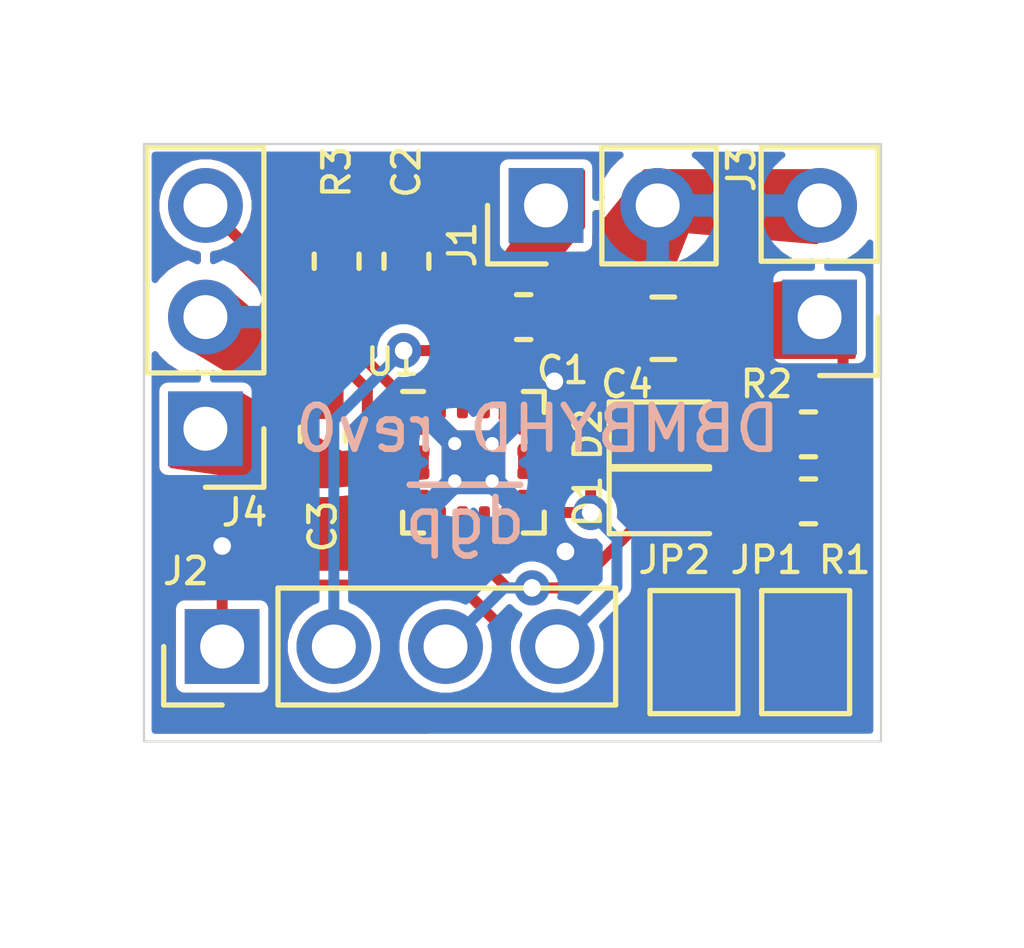
<source format=kicad_pcb>
(kicad_pcb (version 20171130) (host pcbnew 5.1.5+dfsg1-2)

  (general
    (thickness 1.6)
    (drawings 6)
    (tracks 72)
    (zones 0)
    (modules 16)
    (nets 16)
  )

  (page A4)
  (layers
    (0 F.Cu signal)
    (31 B.Cu signal)
    (32 B.Adhes user)
    (33 F.Adhes user)
    (34 B.Paste user)
    (35 F.Paste user)
    (36 B.SilkS user)
    (37 F.SilkS user)
    (38 B.Mask user)
    (39 F.Mask user)
    (40 Dwgs.User user)
    (41 Cmts.User user)
    (42 Eco1.User user)
    (43 Eco2.User user)
    (44 Edge.Cuts user)
    (45 Margin user)
    (46 B.CrtYd user)
    (47 F.CrtYd user)
    (48 B.Fab user)
    (49 F.Fab user)
  )

  (setup
    (last_trace_width 0.25)
    (trace_clearance 0.2)
    (zone_clearance 0.1)
    (zone_45_only no)
    (trace_min 0.2)
    (via_size 0.8)
    (via_drill 0.4)
    (via_min_size 0.4)
    (via_min_drill 0.3)
    (uvia_size 0.3)
    (uvia_drill 0.1)
    (uvias_allowed no)
    (uvia_min_size 0.2)
    (uvia_min_drill 0.1)
    (edge_width 0.05)
    (segment_width 0.2)
    (pcb_text_width 0.3)
    (pcb_text_size 1.5 1.5)
    (mod_edge_width 0.12)
    (mod_text_size 1 1)
    (mod_text_width 0.15)
    (pad_size 1.524 1.524)
    (pad_drill 0.762)
    (pad_to_mask_clearance 0.051)
    (solder_mask_min_width 0.01)
    (aux_axis_origin 0 0)
    (visible_elements FFFDFF7F)
    (pcbplotparams
      (layerselection 0x010fc_ffffffff)
      (usegerberextensions false)
      (usegerberattributes false)
      (usegerberadvancedattributes false)
      (creategerberjobfile false)
      (excludeedgelayer true)
      (linewidth 0.020000)
      (plotframeref false)
      (viasonmask false)
      (mode 1)
      (useauxorigin false)
      (hpglpennumber 1)
      (hpglpenspeed 20)
      (hpglpendiameter 15.000000)
      (psnegative false)
      (psa4output false)
      (plotreference true)
      (plotvalue true)
      (plotinvisibletext false)
      (padsonsilk false)
      (subtractmaskfromsilk false)
      (outputformat 1)
      (mirror false)
      (drillshape 0)
      (scaleselection 1)
      (outputdirectory "outputs/gerbers/"))
  )

  (net 0 "")
  (net 1 GND)
  (net 2 "Net-(C1-Pad1)")
  (net 3 "Net-(C2-Pad1)")
  (net 4 "Net-(C3-Pad1)")
  (net 5 "Net-(C4-Pad1)")
  (net 6 "Net-(D1-Pad2)")
  (net 7 "Net-(D1-Pad1)")
  (net 8 "Net-(D2-Pad2)")
  (net 9 "Net-(D2-Pad1)")
  (net 10 "Net-(J2-Pad2)")
  (net 11 "Net-(J2-Pad1)")
  (net 12 "Net-(J4-Pad3)")
  (net 13 "Net-(JP1-Pad2)")
  (net 14 "Net-(JP2-Pad2)")
  (net 15 "Net-(R3-Pad1)")

  (net_class Default "This is the default net class."
    (clearance 0.2)
    (trace_width 0.25)
    (via_dia 0.8)
    (via_drill 0.4)
    (uvia_dia 0.3)
    (uvia_drill 0.1)
    (add_net GND)
    (add_net "Net-(C1-Pad1)")
    (add_net "Net-(C2-Pad1)")
    (add_net "Net-(C3-Pad1)")
    (add_net "Net-(C4-Pad1)")
    (add_net "Net-(D1-Pad1)")
    (add_net "Net-(D1-Pad2)")
    (add_net "Net-(D2-Pad1)")
    (add_net "Net-(D2-Pad2)")
    (add_net "Net-(J2-Pad1)")
    (add_net "Net-(J2-Pad2)")
    (add_net "Net-(J4-Pad3)")
    (add_net "Net-(JP1-Pad2)")
    (add_net "Net-(JP2-Pad2)")
    (add_net "Net-(R3-Pad1)")
  )

  (module Package_DFN_QFN:QFN-16-1EP_3x3mm_P0.5mm_EP1.45x1.45mm_ThermalVias (layer F.Cu) (tedit 5C2022F2) (tstamp 5E63C849)
    (at 147.066 102.362)
    (descr "QFN, 16 Pin (http://cds.linear.com/docs/en/datasheet/37551fd.pdf), generated with kicad-footprint-generator ipc_dfn_qfn_generator.py")
    (tags "QFN DFN_QFN")
    (path /5E636550)
    (attr smd)
    (fp_text reference U1 (at -1.8415 -2.286) (layer F.SilkS)
      (effects (font (size 0.6 0.6) (thickness 0.1)))
    )
    (fp_text value rt9525gqw (at 0 2.82) (layer F.Fab)
      (effects (font (size 1 1) (thickness 0.15)))
    )
    (fp_text user %R (at 0 0) (layer F.Fab)
      (effects (font (size 0.6 0.6) (thickness 0.1)))
    )
    (fp_line (start 2.12 -2.12) (end -2.12 -2.12) (layer F.CrtYd) (width 0.05))
    (fp_line (start 2.12 2.12) (end 2.12 -2.12) (layer F.CrtYd) (width 0.05))
    (fp_line (start -2.12 2.12) (end 2.12 2.12) (layer F.CrtYd) (width 0.05))
    (fp_line (start -2.12 -2.12) (end -2.12 2.12) (layer F.CrtYd) (width 0.05))
    (fp_line (start -1.5 -0.75) (end -0.75 -1.5) (layer F.Fab) (width 0.1))
    (fp_line (start -1.5 1.5) (end -1.5 -0.75) (layer F.Fab) (width 0.1))
    (fp_line (start 1.5 1.5) (end -1.5 1.5) (layer F.Fab) (width 0.1))
    (fp_line (start 1.5 -1.5) (end 1.5 1.5) (layer F.Fab) (width 0.1))
    (fp_line (start -0.75 -1.5) (end 1.5 -1.5) (layer F.Fab) (width 0.1))
    (fp_line (start -1.135 -1.61) (end -1.61 -1.61) (layer F.SilkS) (width 0.12))
    (fp_line (start 1.61 1.61) (end 1.61 1.135) (layer F.SilkS) (width 0.12))
    (fp_line (start 1.135 1.61) (end 1.61 1.61) (layer F.SilkS) (width 0.12))
    (fp_line (start -1.61 1.61) (end -1.61 1.135) (layer F.SilkS) (width 0.12))
    (fp_line (start -1.135 1.61) (end -1.61 1.61) (layer F.SilkS) (width 0.12))
    (fp_line (start 1.61 -1.61) (end 1.61 -1.135) (layer F.SilkS) (width 0.12))
    (fp_line (start 1.135 -1.61) (end 1.61 -1.61) (layer F.SilkS) (width 0.12))
    (pad 16 smd roundrect (at -0.75 -1.4375) (size 0.25 0.875) (layers F.Cu F.Paste F.Mask) (roundrect_rratio 0.25)
      (net 15 "Net-(R3-Pad1)"))
    (pad 15 smd roundrect (at -0.25 -1.4375) (size 0.25 0.875) (layers F.Cu F.Paste F.Mask) (roundrect_rratio 0.25)
      (net 10 "Net-(J2-Pad2)"))
    (pad 14 smd roundrect (at 0.25 -1.4375) (size 0.25 0.875) (layers F.Cu F.Paste F.Mask) (roundrect_rratio 0.25)
      (net 3 "Net-(C2-Pad1)"))
    (pad 13 smd roundrect (at 0.75 -1.4375) (size 0.25 0.875) (layers F.Cu F.Paste F.Mask) (roundrect_rratio 0.25)
      (net 2 "Net-(C1-Pad1)"))
    (pad 12 smd roundrect (at 1.4375 -0.75) (size 0.875 0.25) (layers F.Cu F.Paste F.Mask) (roundrect_rratio 0.25))
    (pad 11 smd roundrect (at 1.4375 -0.25) (size 0.875 0.25) (layers F.Cu F.Paste F.Mask) (roundrect_rratio 0.25)
      (net 5 "Net-(C4-Pad1)"))
    (pad 10 smd roundrect (at 1.4375 0.25) (size 0.875 0.25) (layers F.Cu F.Paste F.Mask) (roundrect_rratio 0.25)
      (net 5 "Net-(C4-Pad1)"))
    (pad 9 smd roundrect (at 1.4375 0.75) (size 0.875 0.25) (layers F.Cu F.Paste F.Mask) (roundrect_rratio 0.25)
      (net 9 "Net-(D2-Pad1)"))
    (pad 8 smd roundrect (at 0.75 1.4375) (size 0.25 0.875) (layers F.Cu F.Paste F.Mask) (roundrect_rratio 0.25)
      (net 1 GND))
    (pad 7 smd roundrect (at 0.25 1.4375) (size 0.25 0.875) (layers F.Cu F.Paste F.Mask) (roundrect_rratio 0.25)
      (net 7 "Net-(D1-Pad1)"))
    (pad 6 smd roundrect (at -0.25 1.4375) (size 0.25 0.875) (layers F.Cu F.Paste F.Mask) (roundrect_rratio 0.25)
      (net 14 "Net-(JP2-Pad2)"))
    (pad 5 smd roundrect (at -0.75 1.4375) (size 0.25 0.875) (layers F.Cu F.Paste F.Mask) (roundrect_rratio 0.25)
      (net 13 "Net-(JP1-Pad2)"))
    (pad 4 smd roundrect (at -1.4375 0.75) (size 0.875 0.25) (layers F.Cu F.Paste F.Mask) (roundrect_rratio 0.25)
      (net 11 "Net-(J2-Pad1)"))
    (pad 3 smd roundrect (at -1.4375 0.25) (size 0.875 0.25) (layers F.Cu F.Paste F.Mask) (roundrect_rratio 0.25)
      (net 4 "Net-(C3-Pad1)"))
    (pad 2 smd roundrect (at -1.4375 -0.25) (size 0.875 0.25) (layers F.Cu F.Paste F.Mask) (roundrect_rratio 0.25)
      (net 4 "Net-(C3-Pad1)"))
    (pad 1 smd roundrect (at -1.4375 -0.75) (size 0.875 0.25) (layers F.Cu F.Paste F.Mask) (roundrect_rratio 0.25)
      (net 12 "Net-(J4-Pad3)"))
    (pad "" smd roundrect (at 0.36 0.36) (size 0.63 0.63) (layers F.Paste) (roundrect_rratio 0.25))
    (pad "" smd roundrect (at 0.36 -0.36) (size 0.63 0.63) (layers F.Paste) (roundrect_rratio 0.25))
    (pad "" smd roundrect (at -0.36 0.36) (size 0.63 0.63) (layers F.Paste) (roundrect_rratio 0.25))
    (pad "" smd roundrect (at -0.36 -0.36) (size 0.63 0.63) (layers F.Paste) (roundrect_rratio 0.25))
    (pad 17 smd roundrect (at 0 0) (size 1.45 1.45) (layers B.Cu) (roundrect_rratio 0.172414)
      (net 1 GND))
    (pad 17 thru_hole circle (at 0.425 0.425) (size 0.6 0.6) (drill 0.3) (layers *.Cu)
      (net 1 GND))
    (pad 17 thru_hole circle (at -0.425 0.425) (size 0.6 0.6) (drill 0.3) (layers *.Cu)
      (net 1 GND))
    (pad 17 thru_hole circle (at 0.425 -0.425) (size 0.6 0.6) (drill 0.3) (layers *.Cu)
      (net 1 GND))
    (pad 17 thru_hole circle (at -0.425 -0.425) (size 0.6 0.6) (drill 0.3) (layers *.Cu)
      (net 1 GND))
    (pad 17 smd roundrect (at 0 0) (size 1.45 1.45) (layers F.Cu F.Mask) (roundrect_rratio 0.172414)
      (net 1 GND))
    (model ${KISYS3DMOD}/Package_DFN_QFN.3dshapes/QFN-16-1EP_3x3mm_P0.5mm_EP1.45x1.45mm.wrl
      (at (xyz 0 0 0))
      (scale (xyz 1 1 1))
      (rotate (xyz 0 0 0))
    )
  )

  (module Resistor_SMD:R_0603_1608Metric (layer F.Cu) (tedit 5B301BBD) (tstamp 5E639FEC)
    (at 143.9545 97.79 90)
    (descr "Resistor SMD 0603 (1608 Metric), square (rectangular) end terminal, IPC_7351 nominal, (Body size source: http://www.tortai-tech.com/upload/download/2011102023233369053.pdf), generated with kicad-footprint-generator")
    (tags resistor)
    (path /5E6544C5)
    (attr smd)
    (fp_text reference R3 (at 2.032 0 90) (layer F.SilkS)
      (effects (font (size 0.6 0.6) (thickness 0.1)))
    )
    (fp_text value R (at 0 1.43 90) (layer F.Fab)
      (effects (font (size 1 1) (thickness 0.15)))
    )
    (fp_text user %R (at 0 0 90) (layer F.Fab)
      (effects (font (size 0.6 0.6) (thickness 0.1)))
    )
    (fp_line (start 1.48 0.73) (end -1.48 0.73) (layer F.CrtYd) (width 0.05))
    (fp_line (start 1.48 -0.73) (end 1.48 0.73) (layer F.CrtYd) (width 0.05))
    (fp_line (start -1.48 -0.73) (end 1.48 -0.73) (layer F.CrtYd) (width 0.05))
    (fp_line (start -1.48 0.73) (end -1.48 -0.73) (layer F.CrtYd) (width 0.05))
    (fp_line (start -0.162779 0.51) (end 0.162779 0.51) (layer F.SilkS) (width 0.12))
    (fp_line (start -0.162779 -0.51) (end 0.162779 -0.51) (layer F.SilkS) (width 0.12))
    (fp_line (start 0.8 0.4) (end -0.8 0.4) (layer F.Fab) (width 0.1))
    (fp_line (start 0.8 -0.4) (end 0.8 0.4) (layer F.Fab) (width 0.1))
    (fp_line (start -0.8 -0.4) (end 0.8 -0.4) (layer F.Fab) (width 0.1))
    (fp_line (start -0.8 0.4) (end -0.8 -0.4) (layer F.Fab) (width 0.1))
    (pad 2 smd roundrect (at 0.7875 0 90) (size 0.875 0.95) (layers F.Cu F.Paste F.Mask) (roundrect_rratio 0.25)
      (net 1 GND))
    (pad 1 smd roundrect (at -0.7875 0 90) (size 0.875 0.95) (layers F.Cu F.Paste F.Mask) (roundrect_rratio 0.25)
      (net 15 "Net-(R3-Pad1)"))
    (model ${KISYS3DMOD}/Resistor_SMD.3dshapes/R_0603_1608Metric.wrl
      (at (xyz 0 0 0))
      (scale (xyz 1 1 1))
      (rotate (xyz 0 0 0))
    )
  )

  (module Resistor_SMD:R_0603_1608Metric (layer F.Cu) (tedit 5B301BBD) (tstamp 5E639FDB)
    (at 154.686 101.727 180)
    (descr "Resistor SMD 0603 (1608 Metric), square (rectangular) end terminal, IPC_7351 nominal, (Body size source: http://www.tortai-tech.com/upload/download/2011102023233369053.pdf), generated with kicad-footprint-generator")
    (tags resistor)
    (path /5E6D7916)
    (attr smd)
    (fp_text reference R2 (at 0.9525 1.143) (layer F.SilkS)
      (effects (font (size 0.6 0.6) (thickness 0.1)))
    )
    (fp_text value R (at 0 1.43) (layer F.Fab)
      (effects (font (size 1 1) (thickness 0.15)))
    )
    (fp_text user %R (at 0 0) (layer F.Fab)
      (effects (font (size 0.6 0.6) (thickness 0.1)))
    )
    (fp_line (start 1.48 0.73) (end -1.48 0.73) (layer F.CrtYd) (width 0.05))
    (fp_line (start 1.48 -0.73) (end 1.48 0.73) (layer F.CrtYd) (width 0.05))
    (fp_line (start -1.48 -0.73) (end 1.48 -0.73) (layer F.CrtYd) (width 0.05))
    (fp_line (start -1.48 0.73) (end -1.48 -0.73) (layer F.CrtYd) (width 0.05))
    (fp_line (start -0.162779 0.51) (end 0.162779 0.51) (layer F.SilkS) (width 0.12))
    (fp_line (start -0.162779 -0.51) (end 0.162779 -0.51) (layer F.SilkS) (width 0.12))
    (fp_line (start 0.8 0.4) (end -0.8 0.4) (layer F.Fab) (width 0.1))
    (fp_line (start 0.8 -0.4) (end 0.8 0.4) (layer F.Fab) (width 0.1))
    (fp_line (start -0.8 -0.4) (end 0.8 -0.4) (layer F.Fab) (width 0.1))
    (fp_line (start -0.8 0.4) (end -0.8 -0.4) (layer F.Fab) (width 0.1))
    (pad 2 smd roundrect (at 0.7875 0 180) (size 0.875 0.95) (layers F.Cu F.Paste F.Mask) (roundrect_rratio 0.25)
      (net 8 "Net-(D2-Pad2)"))
    (pad 1 smd roundrect (at -0.7875 0 180) (size 0.875 0.95) (layers F.Cu F.Paste F.Mask) (roundrect_rratio 0.25)
      (net 5 "Net-(C4-Pad1)"))
    (model ${KISYS3DMOD}/Resistor_SMD.3dshapes/R_0603_1608Metric.wrl
      (at (xyz 0 0 0))
      (scale (xyz 1 1 1))
      (rotate (xyz 0 0 0))
    )
  )

  (module Resistor_SMD:R_0603_1608Metric (layer F.Cu) (tedit 5B301BBD) (tstamp 5E639FCA)
    (at 154.686 103.251 180)
    (descr "Resistor SMD 0603 (1608 Metric), square (rectangular) end terminal, IPC_7351 nominal, (Body size source: http://www.tortai-tech.com/upload/download/2011102023233369053.pdf), generated with kicad-footprint-generator")
    (tags resistor)
    (path /5E6D8919)
    (attr smd)
    (fp_text reference R1 (at -0.8255 -1.3335) (layer F.SilkS)
      (effects (font (size 0.6 0.6) (thickness 0.1)))
    )
    (fp_text value R (at 0 1.43) (layer F.Fab)
      (effects (font (size 1 1) (thickness 0.15)))
    )
    (fp_text user %R (at 0 0) (layer F.Fab)
      (effects (font (size 0.6 0.6) (thickness 0.1)))
    )
    (fp_line (start 1.48 0.73) (end -1.48 0.73) (layer F.CrtYd) (width 0.05))
    (fp_line (start 1.48 -0.73) (end 1.48 0.73) (layer F.CrtYd) (width 0.05))
    (fp_line (start -1.48 -0.73) (end 1.48 -0.73) (layer F.CrtYd) (width 0.05))
    (fp_line (start -1.48 0.73) (end -1.48 -0.73) (layer F.CrtYd) (width 0.05))
    (fp_line (start -0.162779 0.51) (end 0.162779 0.51) (layer F.SilkS) (width 0.12))
    (fp_line (start -0.162779 -0.51) (end 0.162779 -0.51) (layer F.SilkS) (width 0.12))
    (fp_line (start 0.8 0.4) (end -0.8 0.4) (layer F.Fab) (width 0.1))
    (fp_line (start 0.8 -0.4) (end 0.8 0.4) (layer F.Fab) (width 0.1))
    (fp_line (start -0.8 -0.4) (end 0.8 -0.4) (layer F.Fab) (width 0.1))
    (fp_line (start -0.8 0.4) (end -0.8 -0.4) (layer F.Fab) (width 0.1))
    (pad 2 smd roundrect (at 0.7875 0 180) (size 0.875 0.95) (layers F.Cu F.Paste F.Mask) (roundrect_rratio 0.25)
      (net 6 "Net-(D1-Pad2)"))
    (pad 1 smd roundrect (at -0.7875 0 180) (size 0.875 0.95) (layers F.Cu F.Paste F.Mask) (roundrect_rratio 0.25)
      (net 5 "Net-(C4-Pad1)"))
    (model ${KISYS3DMOD}/Resistor_SMD.3dshapes/R_0603_1608Metric.wrl
      (at (xyz 0 0 0))
      (scale (xyz 1 1 1))
      (rotate (xyz 0 0 0))
    )
  )

  (module Jumper:SolderJumper-2_P1.3mm_Open_TrianglePad1.0x1.5mm (layer F.Cu) (tedit 5A64794F) (tstamp 5E646FB1)
    (at 152.0825 106.68 270)
    (descr "SMD Solder Jumper, 1x1.5mm Triangular Pads, 0.3mm gap, open")
    (tags "solder jumper open")
    (path /5E681714)
    (attr virtual)
    (fp_text reference JP2 (at -2.0955 0.4445 180) (layer F.SilkS)
      (effects (font (size 0.6 0.6) (thickness 0.1)))
    )
    (fp_text value Jumper_NO_Small (at 0 1.9 90) (layer F.Fab)
      (effects (font (size 1 1) (thickness 0.15)))
    )
    (fp_line (start 1.65 1.25) (end -1.65 1.25) (layer F.CrtYd) (width 0.05))
    (fp_line (start 1.65 1.25) (end 1.65 -1.25) (layer F.CrtYd) (width 0.05))
    (fp_line (start -1.65 -1.25) (end -1.65 1.25) (layer F.CrtYd) (width 0.05))
    (fp_line (start -1.65 -1.25) (end 1.65 -1.25) (layer F.CrtYd) (width 0.05))
    (fp_line (start -1.4 -1) (end 1.4 -1) (layer F.SilkS) (width 0.12))
    (fp_line (start 1.4 -1) (end 1.4 1) (layer F.SilkS) (width 0.12))
    (fp_line (start 1.4 1) (end -1.4 1) (layer F.SilkS) (width 0.12))
    (fp_line (start -1.4 1) (end -1.4 -1) (layer F.SilkS) (width 0.12))
    (pad 1 smd custom (at -0.725 0 270) (size 0.3 0.3) (layers F.Cu F.Mask)
      (net 5 "Net-(C4-Pad1)") (zone_connect 2)
      (options (clearance outline) (anchor rect))
      (primitives
        (gr_poly (pts
           (xy -0.5 -0.75) (xy 0.5 -0.75) (xy 1 0) (xy 0.5 0.75) (xy -0.5 0.75)
) (width 0))
      ))
    (pad 2 smd custom (at 0.725 0 270) (size 0.3 0.3) (layers F.Cu F.Mask)
      (net 14 "Net-(JP2-Pad2)") (zone_connect 2)
      (options (clearance outline) (anchor rect))
      (primitives
        (gr_poly (pts
           (xy -0.65 -0.75) (xy 0.5 -0.75) (xy 0.5 0.75) (xy -0.65 0.75) (xy -0.15 0)
) (width 0))
      ))
  )

  (module Jumper:SolderJumper-2_P1.3mm_Open_TrianglePad1.0x1.5mm (layer F.Cu) (tedit 5A64794F) (tstamp 5E63CD6E)
    (at 154.6225 106.68 270)
    (descr "SMD Solder Jumper, 1x1.5mm Triangular Pads, 0.3mm gap, open")
    (tags "solder jumper open")
    (path /5E6800FC)
    (attr virtual)
    (fp_text reference JP1 (at -2.0955 0.889 180) (layer F.SilkS)
      (effects (font (size 0.6 0.6) (thickness 0.1)))
    )
    (fp_text value Jumper_NO_Small (at 0 1.9 90) (layer F.Fab)
      (effects (font (size 1 1) (thickness 0.15)))
    )
    (fp_line (start 1.65 1.25) (end -1.65 1.25) (layer F.CrtYd) (width 0.05))
    (fp_line (start 1.65 1.25) (end 1.65 -1.25) (layer F.CrtYd) (width 0.05))
    (fp_line (start -1.65 -1.25) (end -1.65 1.25) (layer F.CrtYd) (width 0.05))
    (fp_line (start -1.65 -1.25) (end 1.65 -1.25) (layer F.CrtYd) (width 0.05))
    (fp_line (start -1.4 -1) (end 1.4 -1) (layer F.SilkS) (width 0.12))
    (fp_line (start 1.4 -1) (end 1.4 1) (layer F.SilkS) (width 0.12))
    (fp_line (start 1.4 1) (end -1.4 1) (layer F.SilkS) (width 0.12))
    (fp_line (start -1.4 1) (end -1.4 -1) (layer F.SilkS) (width 0.12))
    (pad 1 smd custom (at -0.725 0 270) (size 0.3 0.3) (layers F.Cu F.Mask)
      (net 5 "Net-(C4-Pad1)") (zone_connect 2)
      (options (clearance outline) (anchor rect))
      (primitives
        (gr_poly (pts
           (xy -0.5 -0.75) (xy 0.5 -0.75) (xy 1 0) (xy 0.5 0.75) (xy -0.5 0.75)
) (width 0))
      ))
    (pad 2 smd custom (at 0.725 0 270) (size 0.3 0.3) (layers F.Cu F.Mask)
      (net 13 "Net-(JP1-Pad2)") (zone_connect 2)
      (options (clearance outline) (anchor rect))
      (primitives
        (gr_poly (pts
           (xy -0.65 -0.75) (xy 0.5 -0.75) (xy 0.5 0.75) (xy -0.65 0.75) (xy -0.15 0)
) (width 0))
      ))
  )

  (module Connector_PinHeader_2.54mm:PinHeader_1x03_P2.54mm_Vertical (layer F.Cu) (tedit 59FED5CC) (tstamp 5E639F9D)
    (at 140.97 101.6 180)
    (descr "Through hole straight pin header, 1x03, 2.54mm pitch, single row")
    (tags "Through hole pin header THT 1x03 2.54mm single row")
    (path /5E637BD4)
    (fp_text reference J4 (at -0.889 -1.905) (layer F.SilkS)
      (effects (font (size 0.6 0.6) (thickness 0.1)))
    )
    (fp_text value Conn_01x03 (at 0 7.41) (layer F.Fab)
      (effects (font (size 1 1) (thickness 0.15)))
    )
    (fp_text user %R (at 0 2.54 90) (layer F.Fab)
      (effects (font (size 0.6 0.6) (thickness 0.1)))
    )
    (fp_line (start 1.8 -1.8) (end -1.8 -1.8) (layer F.CrtYd) (width 0.05))
    (fp_line (start 1.8 6.85) (end 1.8 -1.8) (layer F.CrtYd) (width 0.05))
    (fp_line (start -1.8 6.85) (end 1.8 6.85) (layer F.CrtYd) (width 0.05))
    (fp_line (start -1.8 -1.8) (end -1.8 6.85) (layer F.CrtYd) (width 0.05))
    (fp_line (start -1.33 -1.33) (end 0 -1.33) (layer F.SilkS) (width 0.12))
    (fp_line (start -1.33 0) (end -1.33 -1.33) (layer F.SilkS) (width 0.12))
    (fp_line (start -1.33 1.27) (end 1.33 1.27) (layer F.SilkS) (width 0.12))
    (fp_line (start 1.33 1.27) (end 1.33 6.41) (layer F.SilkS) (width 0.12))
    (fp_line (start -1.33 1.27) (end -1.33 6.41) (layer F.SilkS) (width 0.12))
    (fp_line (start -1.33 6.41) (end 1.33 6.41) (layer F.SilkS) (width 0.12))
    (fp_line (start -1.27 -0.635) (end -0.635 -1.27) (layer F.Fab) (width 0.1))
    (fp_line (start -1.27 6.35) (end -1.27 -0.635) (layer F.Fab) (width 0.1))
    (fp_line (start 1.27 6.35) (end -1.27 6.35) (layer F.Fab) (width 0.1))
    (fp_line (start 1.27 -1.27) (end 1.27 6.35) (layer F.Fab) (width 0.1))
    (fp_line (start -0.635 -1.27) (end 1.27 -1.27) (layer F.Fab) (width 0.1))
    (pad 3 thru_hole oval (at 0 5.08 180) (size 1.7 1.7) (drill 1) (layers *.Cu *.Mask)
      (net 12 "Net-(J4-Pad3)"))
    (pad 2 thru_hole oval (at 0 2.54 180) (size 1.7 1.7) (drill 1) (layers *.Cu *.Mask)
      (net 1 GND))
    (pad 1 thru_hole rect (at 0 0 180) (size 1.7 1.7) (drill 1) (layers *.Cu *.Mask)
      (net 4 "Net-(C3-Pad1)"))
    (model ${KISYS3DMOD}/Connector_PinHeader_2.54mm.3dshapes/PinHeader_1x03_P2.54mm_Vertical.wrl
      (at (xyz 0 0 0))
      (scale (xyz 1 1 1))
      (rotate (xyz 0 0 0))
    )
  )

  (module Connector_PinHeader_2.54mm:PinHeader_1x02_P2.54mm_Vertical (layer F.Cu) (tedit 59FED5CC) (tstamp 5E63CAE0)
    (at 154.94 99.06 180)
    (descr "Through hole straight pin header, 1x02, 2.54mm pitch, single row")
    (tags "Through hole pin header THT 1x02 2.54mm single row")
    (path /5E6509AE)
    (fp_text reference J3 (at 1.778 3.3655 90) (layer F.SilkS)
      (effects (font (size 0.6 0.6) (thickness 0.1)))
    )
    (fp_text value Conn_01x02 (at 0 4.87) (layer F.Fab)
      (effects (font (size 1 1) (thickness 0.15)))
    )
    (fp_text user %R (at 0 1.27 90) (layer F.Fab)
      (effects (font (size 0.6 0.6) (thickness 0.1)))
    )
    (fp_line (start 1.8 -1.8) (end -1.8 -1.8) (layer F.CrtYd) (width 0.05))
    (fp_line (start 1.8 4.35) (end 1.8 -1.8) (layer F.CrtYd) (width 0.05))
    (fp_line (start -1.8 4.35) (end 1.8 4.35) (layer F.CrtYd) (width 0.05))
    (fp_line (start -1.8 -1.8) (end -1.8 4.35) (layer F.CrtYd) (width 0.05))
    (fp_line (start -1.33 -1.33) (end 0 -1.33) (layer F.SilkS) (width 0.12))
    (fp_line (start -1.33 0) (end -1.33 -1.33) (layer F.SilkS) (width 0.12))
    (fp_line (start -1.33 1.27) (end 1.33 1.27) (layer F.SilkS) (width 0.12))
    (fp_line (start 1.33 1.27) (end 1.33 3.87) (layer F.SilkS) (width 0.12))
    (fp_line (start -1.33 1.27) (end -1.33 3.87) (layer F.SilkS) (width 0.12))
    (fp_line (start -1.33 3.87) (end 1.33 3.87) (layer F.SilkS) (width 0.12))
    (fp_line (start -1.27 -0.635) (end -0.635 -1.27) (layer F.Fab) (width 0.1))
    (fp_line (start -1.27 3.81) (end -1.27 -0.635) (layer F.Fab) (width 0.1))
    (fp_line (start 1.27 3.81) (end -1.27 3.81) (layer F.Fab) (width 0.1))
    (fp_line (start 1.27 -1.27) (end 1.27 3.81) (layer F.Fab) (width 0.1))
    (fp_line (start -0.635 -1.27) (end 1.27 -1.27) (layer F.Fab) (width 0.1))
    (pad 2 thru_hole oval (at 0 2.54 180) (size 1.7 1.7) (drill 1) (layers *.Cu *.Mask)
      (net 1 GND))
    (pad 1 thru_hole rect (at 0 0 180) (size 1.7 1.7) (drill 1) (layers *.Cu *.Mask)
      (net 5 "Net-(C4-Pad1)"))
    (model ${KISYS3DMOD}/Connector_PinHeader_2.54mm.3dshapes/PinHeader_1x02_P2.54mm_Vertical.wrl
      (at (xyz 0 0 0))
      (scale (xyz 1 1 1))
      (rotate (xyz 0 0 0))
    )
  )

  (module Connector_PinHeader_2.54mm:PinHeader_1x04_P2.54mm_Vertical (layer F.Cu) (tedit 59FED5CC) (tstamp 5E63CC14)
    (at 141.351 106.553 90)
    (descr "Through hole straight pin header, 1x04, 2.54mm pitch, single row")
    (tags "Through hole pin header THT 1x04 2.54mm single row")
    (path /5E6CF04E)
    (fp_text reference J2 (at 1.7145 -0.8255 180) (layer F.SilkS)
      (effects (font (size 0.6 0.6) (thickness 0.1)))
    )
    (fp_text value Conn_01x04 (at 0 9.95 90) (layer F.Fab)
      (effects (font (size 1 1) (thickness 0.15)))
    )
    (fp_text user %R (at 0 3.81) (layer F.Fab)
      (effects (font (size 0.6 0.6) (thickness 0.1)))
    )
    (fp_line (start 1.8 -1.8) (end -1.8 -1.8) (layer F.CrtYd) (width 0.05))
    (fp_line (start 1.8 9.4) (end 1.8 -1.8) (layer F.CrtYd) (width 0.05))
    (fp_line (start -1.8 9.4) (end 1.8 9.4) (layer F.CrtYd) (width 0.05))
    (fp_line (start -1.8 -1.8) (end -1.8 9.4) (layer F.CrtYd) (width 0.05))
    (fp_line (start -1.33 -1.33) (end 0 -1.33) (layer F.SilkS) (width 0.12))
    (fp_line (start -1.33 0) (end -1.33 -1.33) (layer F.SilkS) (width 0.12))
    (fp_line (start -1.33 1.27) (end 1.33 1.27) (layer F.SilkS) (width 0.12))
    (fp_line (start 1.33 1.27) (end 1.33 8.95) (layer F.SilkS) (width 0.12))
    (fp_line (start -1.33 1.27) (end -1.33 8.95) (layer F.SilkS) (width 0.12))
    (fp_line (start -1.33 8.95) (end 1.33 8.95) (layer F.SilkS) (width 0.12))
    (fp_line (start -1.27 -0.635) (end -0.635 -1.27) (layer F.Fab) (width 0.1))
    (fp_line (start -1.27 8.89) (end -1.27 -0.635) (layer F.Fab) (width 0.1))
    (fp_line (start 1.27 8.89) (end -1.27 8.89) (layer F.Fab) (width 0.1))
    (fp_line (start 1.27 -1.27) (end 1.27 8.89) (layer F.Fab) (width 0.1))
    (fp_line (start -0.635 -1.27) (end 1.27 -1.27) (layer F.Fab) (width 0.1))
    (pad 4 thru_hole oval (at 0 7.62 90) (size 1.7 1.7) (drill 1) (layers *.Cu *.Mask)
      (net 9 "Net-(D2-Pad1)"))
    (pad 3 thru_hole oval (at 0 5.08 90) (size 1.7 1.7) (drill 1) (layers *.Cu *.Mask)
      (net 7 "Net-(D1-Pad1)"))
    (pad 2 thru_hole oval (at 0 2.54 90) (size 1.7 1.7) (drill 1) (layers *.Cu *.Mask)
      (net 10 "Net-(J2-Pad2)"))
    (pad 1 thru_hole rect (at 0 0 90) (size 1.7 1.7) (drill 1) (layers *.Cu *.Mask)
      (net 11 "Net-(J2-Pad1)"))
    (model ${KISYS3DMOD}/Connector_PinHeader_2.54mm.3dshapes/PinHeader_1x04_P2.54mm_Vertical.wrl
      (at (xyz 0 0 0))
      (scale (xyz 1 1 1))
      (rotate (xyz 0 0 0))
    )
  )

  (module Connector_PinHeader_2.54mm:PinHeader_1x02_P2.54mm_Vertical (layer F.Cu) (tedit 59FED5CC) (tstamp 5E63C25C)
    (at 148.717 96.52 90)
    (descr "Through hole straight pin header, 1x02, 2.54mm pitch, single row")
    (tags "Through hole pin header THT 1x02 2.54mm single row")
    (path /5E63EA61)
    (fp_text reference J1 (at -0.889 -1.905 90) (layer F.SilkS)
      (effects (font (size 0.6 0.6) (thickness 0.1)))
    )
    (fp_text value Conn_01x02 (at 0 4.87 90) (layer F.Fab)
      (effects (font (size 1 1) (thickness 0.15)))
    )
    (fp_text user %R (at 0 1.27) (layer F.Fab)
      (effects (font (size 0.6 0.6) (thickness 0.1)))
    )
    (fp_line (start 1.8 -1.8) (end -1.8 -1.8) (layer F.CrtYd) (width 0.05))
    (fp_line (start 1.8 4.35) (end 1.8 -1.8) (layer F.CrtYd) (width 0.05))
    (fp_line (start -1.8 4.35) (end 1.8 4.35) (layer F.CrtYd) (width 0.05))
    (fp_line (start -1.8 -1.8) (end -1.8 4.35) (layer F.CrtYd) (width 0.05))
    (fp_line (start -1.33 -1.33) (end 0 -1.33) (layer F.SilkS) (width 0.12))
    (fp_line (start -1.33 0) (end -1.33 -1.33) (layer F.SilkS) (width 0.12))
    (fp_line (start -1.33 1.27) (end 1.33 1.27) (layer F.SilkS) (width 0.12))
    (fp_line (start 1.33 1.27) (end 1.33 3.87) (layer F.SilkS) (width 0.12))
    (fp_line (start -1.33 1.27) (end -1.33 3.87) (layer F.SilkS) (width 0.12))
    (fp_line (start -1.33 3.87) (end 1.33 3.87) (layer F.SilkS) (width 0.12))
    (fp_line (start -1.27 -0.635) (end -0.635 -1.27) (layer F.Fab) (width 0.1))
    (fp_line (start -1.27 3.81) (end -1.27 -0.635) (layer F.Fab) (width 0.1))
    (fp_line (start 1.27 3.81) (end -1.27 3.81) (layer F.Fab) (width 0.1))
    (fp_line (start 1.27 -1.27) (end 1.27 3.81) (layer F.Fab) (width 0.1))
    (fp_line (start -0.635 -1.27) (end 1.27 -1.27) (layer F.Fab) (width 0.1))
    (pad 2 thru_hole oval (at 0 2.54 90) (size 1.7 1.7) (drill 1) (layers *.Cu *.Mask)
      (net 1 GND))
    (pad 1 thru_hole rect (at 0 0 90) (size 1.7 1.7) (drill 1) (layers *.Cu *.Mask)
      (net 2 "Net-(C1-Pad1)"))
    (model ${KISYS3DMOD}/Connector_PinHeader_2.54mm.3dshapes/PinHeader_1x02_P2.54mm_Vertical.wrl
      (at (xyz 0 0 0))
      (scale (xyz 1 1 1))
      (rotate (xyz 0 0 0))
    )
  )

  (module LED_SMD:LED_0603_1608Metric (layer F.Cu) (tedit 5B301BBE) (tstamp 5E639F42)
    (at 151.638 101.727)
    (descr "LED SMD 0603 (1608 Metric), square (rectangular) end terminal, IPC_7351 nominal, (Body size source: http://www.tortai-tech.com/upload/download/2011102023233369053.pdf), generated with kicad-footprint-generator")
    (tags diode)
    (path /5E6D44CD)
    (attr smd)
    (fp_text reference D2 (at -1.9685 0 90) (layer F.SilkS)
      (effects (font (size 0.6 0.6) (thickness 0.1)))
    )
    (fp_text value LED (at 0 1.43) (layer F.Fab)
      (effects (font (size 1 1) (thickness 0.15)))
    )
    (fp_text user %R (at 0 0) (layer F.Fab)
      (effects (font (size 0.6 0.6) (thickness 0.1)))
    )
    (fp_line (start 1.48 0.73) (end -1.48 0.73) (layer F.CrtYd) (width 0.05))
    (fp_line (start 1.48 -0.73) (end 1.48 0.73) (layer F.CrtYd) (width 0.05))
    (fp_line (start -1.48 -0.73) (end 1.48 -0.73) (layer F.CrtYd) (width 0.05))
    (fp_line (start -1.48 0.73) (end -1.48 -0.73) (layer F.CrtYd) (width 0.05))
    (fp_line (start -1.485 0.735) (end 0.8 0.735) (layer F.SilkS) (width 0.12))
    (fp_line (start -1.485 -0.735) (end -1.485 0.735) (layer F.SilkS) (width 0.12))
    (fp_line (start 0.8 -0.735) (end -1.485 -0.735) (layer F.SilkS) (width 0.12))
    (fp_line (start 0.8 0.4) (end 0.8 -0.4) (layer F.Fab) (width 0.1))
    (fp_line (start -0.8 0.4) (end 0.8 0.4) (layer F.Fab) (width 0.1))
    (fp_line (start -0.8 -0.1) (end -0.8 0.4) (layer F.Fab) (width 0.1))
    (fp_line (start -0.5 -0.4) (end -0.8 -0.1) (layer F.Fab) (width 0.1))
    (fp_line (start 0.8 -0.4) (end -0.5 -0.4) (layer F.Fab) (width 0.1))
    (pad 2 smd roundrect (at 0.7875 0) (size 0.875 0.95) (layers F.Cu F.Paste F.Mask) (roundrect_rratio 0.25)
      (net 8 "Net-(D2-Pad2)"))
    (pad 1 smd roundrect (at -0.7875 0) (size 0.875 0.95) (layers F.Cu F.Paste F.Mask) (roundrect_rratio 0.25)
      (net 9 "Net-(D2-Pad1)"))
    (model ${KISYS3DMOD}/LED_SMD.3dshapes/LED_0603_1608Metric.wrl
      (at (xyz 0 0 0))
      (scale (xyz 1 1 1))
      (rotate (xyz 0 0 0))
    )
  )

  (module LED_SMD:LED_0603_1608Metric (layer F.Cu) (tedit 5B301BBE) (tstamp 5E639F2F)
    (at 151.638 103.251)
    (descr "LED SMD 0603 (1608 Metric), square (rectangular) end terminal, IPC_7351 nominal, (Body size source: http://www.tortai-tech.com/upload/download/2011102023233369053.pdf), generated with kicad-footprint-generator")
    (tags diode)
    (path /5E6D2065)
    (attr smd)
    (fp_text reference D1 (at -1.9685 0 90) (layer F.SilkS)
      (effects (font (size 0.6 0.6) (thickness 0.1)))
    )
    (fp_text value LED (at 0 1.43) (layer F.Fab)
      (effects (font (size 1 1) (thickness 0.15)))
    )
    (fp_text user %R (at 0 0) (layer F.Fab)
      (effects (font (size 0.6 0.6) (thickness 0.1)))
    )
    (fp_line (start 1.48 0.73) (end -1.48 0.73) (layer F.CrtYd) (width 0.05))
    (fp_line (start 1.48 -0.73) (end 1.48 0.73) (layer F.CrtYd) (width 0.05))
    (fp_line (start -1.48 -0.73) (end 1.48 -0.73) (layer F.CrtYd) (width 0.05))
    (fp_line (start -1.48 0.73) (end -1.48 -0.73) (layer F.CrtYd) (width 0.05))
    (fp_line (start -1.485 0.735) (end 0.8 0.735) (layer F.SilkS) (width 0.12))
    (fp_line (start -1.485 -0.735) (end -1.485 0.735) (layer F.SilkS) (width 0.12))
    (fp_line (start 0.8 -0.735) (end -1.485 -0.735) (layer F.SilkS) (width 0.12))
    (fp_line (start 0.8 0.4) (end 0.8 -0.4) (layer F.Fab) (width 0.1))
    (fp_line (start -0.8 0.4) (end 0.8 0.4) (layer F.Fab) (width 0.1))
    (fp_line (start -0.8 -0.1) (end -0.8 0.4) (layer F.Fab) (width 0.1))
    (fp_line (start -0.5 -0.4) (end -0.8 -0.1) (layer F.Fab) (width 0.1))
    (fp_line (start 0.8 -0.4) (end -0.5 -0.4) (layer F.Fab) (width 0.1))
    (pad 2 smd roundrect (at 0.7875 0) (size 0.875 0.95) (layers F.Cu F.Paste F.Mask) (roundrect_rratio 0.25)
      (net 6 "Net-(D1-Pad2)"))
    (pad 1 smd roundrect (at -0.7875 0) (size 0.875 0.95) (layers F.Cu F.Paste F.Mask) (roundrect_rratio 0.25)
      (net 7 "Net-(D1-Pad1)"))
    (model ${KISYS3DMOD}/LED_SMD.3dshapes/LED_0603_1608Metric.wrl
      (at (xyz 0 0 0))
      (scale (xyz 1 1 1))
      (rotate (xyz 0 0 0))
    )
  )

  (module Capacitor_SMD:C_0805_2012Metric (layer F.Cu) (tedit 5B36C52B) (tstamp 5E639F1C)
    (at 151.384 99.314 180)
    (descr "Capacitor SMD 0805 (2012 Metric), square (rectangular) end terminal, IPC_7351 nominal, (Body size source: https://docs.google.com/spreadsheets/d/1BsfQQcO9C6DZCsRaXUlFlo91Tg2WpOkGARC1WS5S8t0/edit?usp=sharing), generated with kicad-footprint-generator")
    (tags capacitor)
    (path /5E656120)
    (attr smd)
    (fp_text reference C4 (at 0.8255 -1.27) (layer F.SilkS)
      (effects (font (size 0.6 0.6) (thickness 0.1)))
    )
    (fp_text value 10uF (at 0 1.65) (layer F.Fab)
      (effects (font (size 1 1) (thickness 0.15)))
    )
    (fp_text user %R (at 0 0) (layer F.Fab)
      (effects (font (size 0.6 0.6) (thickness 0.1)))
    )
    (fp_line (start 1.68 0.95) (end -1.68 0.95) (layer F.CrtYd) (width 0.05))
    (fp_line (start 1.68 -0.95) (end 1.68 0.95) (layer F.CrtYd) (width 0.05))
    (fp_line (start -1.68 -0.95) (end 1.68 -0.95) (layer F.CrtYd) (width 0.05))
    (fp_line (start -1.68 0.95) (end -1.68 -0.95) (layer F.CrtYd) (width 0.05))
    (fp_line (start -0.258578 0.71) (end 0.258578 0.71) (layer F.SilkS) (width 0.12))
    (fp_line (start -0.258578 -0.71) (end 0.258578 -0.71) (layer F.SilkS) (width 0.12))
    (fp_line (start 1 0.6) (end -1 0.6) (layer F.Fab) (width 0.1))
    (fp_line (start 1 -0.6) (end 1 0.6) (layer F.Fab) (width 0.1))
    (fp_line (start -1 -0.6) (end 1 -0.6) (layer F.Fab) (width 0.1))
    (fp_line (start -1 0.6) (end -1 -0.6) (layer F.Fab) (width 0.1))
    (pad 2 smd roundrect (at 0.9375 0 180) (size 0.975 1.4) (layers F.Cu F.Paste F.Mask) (roundrect_rratio 0.25)
      (net 1 GND))
    (pad 1 smd roundrect (at -0.9375 0 180) (size 0.975 1.4) (layers F.Cu F.Paste F.Mask) (roundrect_rratio 0.25)
      (net 5 "Net-(C4-Pad1)"))
    (model ${KISYS3DMOD}/Capacitor_SMD.3dshapes/C_0805_2012Metric.wrl
      (at (xyz 0 0 0))
      (scale (xyz 1 1 1))
      (rotate (xyz 0 0 0))
    )
  )

  (module Capacitor_SMD:C_0603_1608Metric (layer F.Cu) (tedit 5B301BBE) (tstamp 5E639F0B)
    (at 143.637 101.727 90)
    (descr "Capacitor SMD 0603 (1608 Metric), square (rectangular) end terminal, IPC_7351 nominal, (Body size source: http://www.tortai-tech.com/upload/download/2011102023233369053.pdf), generated with kicad-footprint-generator")
    (tags capacitor)
    (path /5E638E5C)
    (attr smd)
    (fp_text reference C3 (at -2.0955 0 90) (layer F.SilkS)
      (effects (font (size 0.6 0.6) (thickness 0.1)))
    )
    (fp_text value 1uF (at 0 1.43 90) (layer F.Fab)
      (effects (font (size 1 1) (thickness 0.15)))
    )
    (fp_text user %R (at 0 0 90) (layer F.Fab)
      (effects (font (size 0.6 0.6) (thickness 0.1)))
    )
    (fp_line (start 1.48 0.73) (end -1.48 0.73) (layer F.CrtYd) (width 0.05))
    (fp_line (start 1.48 -0.73) (end 1.48 0.73) (layer F.CrtYd) (width 0.05))
    (fp_line (start -1.48 -0.73) (end 1.48 -0.73) (layer F.CrtYd) (width 0.05))
    (fp_line (start -1.48 0.73) (end -1.48 -0.73) (layer F.CrtYd) (width 0.05))
    (fp_line (start -0.162779 0.51) (end 0.162779 0.51) (layer F.SilkS) (width 0.12))
    (fp_line (start -0.162779 -0.51) (end 0.162779 -0.51) (layer F.SilkS) (width 0.12))
    (fp_line (start 0.8 0.4) (end -0.8 0.4) (layer F.Fab) (width 0.1))
    (fp_line (start 0.8 -0.4) (end 0.8 0.4) (layer F.Fab) (width 0.1))
    (fp_line (start -0.8 -0.4) (end 0.8 -0.4) (layer F.Fab) (width 0.1))
    (fp_line (start -0.8 0.4) (end -0.8 -0.4) (layer F.Fab) (width 0.1))
    (pad 2 smd roundrect (at 0.7875 0 90) (size 0.875 0.95) (layers F.Cu F.Paste F.Mask) (roundrect_rratio 0.25)
      (net 1 GND))
    (pad 1 smd roundrect (at -0.7875 0 90) (size 0.875 0.95) (layers F.Cu F.Paste F.Mask) (roundrect_rratio 0.25)
      (net 4 "Net-(C3-Pad1)"))
    (model ${KISYS3DMOD}/Capacitor_SMD.3dshapes/C_0603_1608Metric.wrl
      (at (xyz 0 0 0))
      (scale (xyz 1 1 1))
      (rotate (xyz 0 0 0))
    )
  )

  (module Capacitor_SMD:C_0603_1608Metric (layer F.Cu) (tedit 5B301BBE) (tstamp 5E639EFA)
    (at 145.542 97.79 90)
    (descr "Capacitor SMD 0603 (1608 Metric), square (rectangular) end terminal, IPC_7351 nominal, (Body size source: http://www.tortai-tech.com/upload/download/2011102023233369053.pdf), generated with kicad-footprint-generator")
    (tags capacitor)
    (path /5E64FB84)
    (attr smd)
    (fp_text reference C2 (at 2.032 0 90) (layer F.SilkS)
      (effects (font (size 0.6 0.6) (thickness 0.1)))
    )
    (fp_text value 1uF (at 0 1.43 90) (layer F.Fab)
      (effects (font (size 1 1) (thickness 0.15)))
    )
    (fp_text user %R (at 0 0 90) (layer F.Fab)
      (effects (font (size 0.6 0.6) (thickness 0.1)))
    )
    (fp_line (start 1.48 0.73) (end -1.48 0.73) (layer F.CrtYd) (width 0.05))
    (fp_line (start 1.48 -0.73) (end 1.48 0.73) (layer F.CrtYd) (width 0.05))
    (fp_line (start -1.48 -0.73) (end 1.48 -0.73) (layer F.CrtYd) (width 0.05))
    (fp_line (start -1.48 0.73) (end -1.48 -0.73) (layer F.CrtYd) (width 0.05))
    (fp_line (start -0.162779 0.51) (end 0.162779 0.51) (layer F.SilkS) (width 0.12))
    (fp_line (start -0.162779 -0.51) (end 0.162779 -0.51) (layer F.SilkS) (width 0.12))
    (fp_line (start 0.8 0.4) (end -0.8 0.4) (layer F.Fab) (width 0.1))
    (fp_line (start 0.8 -0.4) (end 0.8 0.4) (layer F.Fab) (width 0.1))
    (fp_line (start -0.8 -0.4) (end 0.8 -0.4) (layer F.Fab) (width 0.1))
    (fp_line (start -0.8 0.4) (end -0.8 -0.4) (layer F.Fab) (width 0.1))
    (pad 2 smd roundrect (at 0.7875 0 90) (size 0.875 0.95) (layers F.Cu F.Paste F.Mask) (roundrect_rratio 0.25)
      (net 1 GND))
    (pad 1 smd roundrect (at -0.7875 0 90) (size 0.875 0.95) (layers F.Cu F.Paste F.Mask) (roundrect_rratio 0.25)
      (net 3 "Net-(C2-Pad1)"))
    (model ${KISYS3DMOD}/Capacitor_SMD.3dshapes/C_0603_1608Metric.wrl
      (at (xyz 0 0 0))
      (scale (xyz 1 1 1))
      (rotate (xyz 0 0 0))
    )
  )

  (module Capacitor_SMD:C_0603_1608Metric (layer F.Cu) (tedit 5B301BBE) (tstamp 5E63A5C2)
    (at 148.209 99.06)
    (descr "Capacitor SMD 0603 (1608 Metric), square (rectangular) end terminal, IPC_7351 nominal, (Body size source: http://www.tortai-tech.com/upload/download/2011102023233369053.pdf), generated with kicad-footprint-generator")
    (tags capacitor)
    (path /5E6429D8)
    (attr smd)
    (fp_text reference C1 (at 0.889 1.2065) (layer F.SilkS)
      (effects (font (size 0.6 0.6) (thickness 0.1)))
    )
    (fp_text value 2.2uF (at 0 1.43) (layer F.Fab)
      (effects (font (size 1 1) (thickness 0.15)))
    )
    (fp_text user %R (at 0 0) (layer F.Fab)
      (effects (font (size 0.6 0.6) (thickness 0.1)))
    )
    (fp_line (start 1.48 0.73) (end -1.48 0.73) (layer F.CrtYd) (width 0.05))
    (fp_line (start 1.48 -0.73) (end 1.48 0.73) (layer F.CrtYd) (width 0.05))
    (fp_line (start -1.48 -0.73) (end 1.48 -0.73) (layer F.CrtYd) (width 0.05))
    (fp_line (start -1.48 0.73) (end -1.48 -0.73) (layer F.CrtYd) (width 0.05))
    (fp_line (start -0.162779 0.51) (end 0.162779 0.51) (layer F.SilkS) (width 0.12))
    (fp_line (start -0.162779 -0.51) (end 0.162779 -0.51) (layer F.SilkS) (width 0.12))
    (fp_line (start 0.8 0.4) (end -0.8 0.4) (layer F.Fab) (width 0.1))
    (fp_line (start 0.8 -0.4) (end 0.8 0.4) (layer F.Fab) (width 0.1))
    (fp_line (start -0.8 -0.4) (end 0.8 -0.4) (layer F.Fab) (width 0.1))
    (fp_line (start -0.8 0.4) (end -0.8 -0.4) (layer F.Fab) (width 0.1))
    (pad 2 smd roundrect (at 0.7875 0) (size 0.875 0.95) (layers F.Cu F.Paste F.Mask) (roundrect_rratio 0.25)
      (net 1 GND))
    (pad 1 smd roundrect (at -0.7875 0) (size 0.875 0.95) (layers F.Cu F.Paste F.Mask) (roundrect_rratio 0.25)
      (net 2 "Net-(C1-Pad1)"))
    (model ${KISYS3DMOD}/Capacitor_SMD.3dshapes/C_0603_1608Metric.wrl
      (at (xyz 0 0 0))
      (scale (xyz 1 1 1))
      (rotate (xyz 0 0 0))
    )
  )

  (gr_text ~dgp (at 146.8755 103.6955) (layer B.SilkS)
    (effects (font (size 1 1) (thickness 0.15)) (justify mirror))
  )
  (gr_text "DBMBYHD rev0" (at 148.5265 101.6) (layer B.SilkS)
    (effects (font (size 1 1) (thickness 0.15)) (justify mirror))
  )
  (gr_line (start 139.573 108.712) (end 156.337 108.712) (layer Edge.Cuts) (width 0.05))
  (gr_line (start 156.337 95.123) (end 139.573 95.123) (layer Edge.Cuts) (width 0.05) (tstamp 5E63CC92))
  (gr_line (start 156.337 108.712) (end 156.337 95.123) (layer Edge.Cuts) (width 0.05))
  (gr_line (start 139.573 95.123) (end 139.573 108.712) (layer Edge.Cuts) (width 0.05))

  (via (at 141.351 104.267) (size 0.8) (drill 0.4) (layers F.Cu B.Cu) (net 1))
  (via (at 149.159347 104.391847) (size 0.8) (drill 0.4) (layers F.Cu B.Cu) (net 1))
  (via (at 148.9075 100.5205) (size 0.8) (drill 0.4) (layers F.Cu B.Cu) (net 1))
  (segment (start 145.631 98.5775) (end 145.542 98.5775) (width 0.25) (layer F.Cu) (net 3))
  (segment (start 147.316 100.2625) (end 145.631 98.5775) (width 0.25) (layer F.Cu) (net 3))
  (segment (start 147.316 100.9245) (end 147.316 100.2625) (width 0.25) (layer F.Cu) (net 3))
  (segment (start 143.7345 102.612) (end 143.637 102.5145) (width 0.25) (layer F.Cu) (net 4))
  (segment (start 155.4735 103.251) (end 155.4735 101.727) (width 0.25) (layer F.Cu) (net 5))
  (segment (start 155.4735 99.5935) (end 154.94 99.06) (width 0.25) (layer F.Cu) (net 5))
  (segment (start 155.4735 101.727) (end 155.4735 99.5935) (width 0.25) (layer F.Cu) (net 5))
  (segment (start 152.8325 105.955) (end 154.6225 105.955) (width 0.25) (layer F.Cu) (net 5))
  (segment (start 152.0825 105.955) (end 152.8325 105.955) (width 0.25) (layer F.Cu) (net 5))
  (segment (start 154.6225 104.577) (end 154.6225 104.9655) (width 0.25) (layer F.Cu) (net 5))
  (segment (start 155.4735 103.726) (end 154.6225 104.577) (width 0.25) (layer F.Cu) (net 5))
  (segment (start 155.4735 103.251) (end 155.4735 103.726) (width 0.25) (layer F.Cu) (net 5))
  (segment (start 154.6225 105.955) (end 154.6225 104.9655) (width 0.25) (layer F.Cu) (net 5))
  (segment (start 152.4255 103.251) (end 153.8985 103.251) (width 0.25) (layer F.Cu) (net 6))
  (segment (start 147.316 103.7995) (end 147.316 104.701687) (width 0.25) (layer F.Cu) (net 7))
  (segment (start 147.316 104.701687) (end 147.833813 105.2195) (width 0.25) (layer F.Cu) (net 7))
  (via (at 148.399498 105.2195) (size 0.8) (drill 0.4) (layers F.Cu B.Cu) (net 7))
  (segment (start 146.431 106.553) (end 147.7645 105.2195) (width 0.25) (layer B.Cu) (net 7))
  (segment (start 147.833813 105.2195) (end 148.399498 105.2195) (width 0.25) (layer F.Cu) (net 7))
  (segment (start 150.8505 103.251) (end 150.8505 103.726) (width 0.25) (layer F.Cu) (net 7))
  (segment (start 150.8505 103.726) (end 149.357 105.2195) (width 0.25) (layer F.Cu) (net 7))
  (segment (start 149.357 105.2195) (end 148.965183 105.2195) (width 0.25) (layer F.Cu) (net 7))
  (segment (start 148.965183 105.2195) (end 148.399498 105.2195) (width 0.25) (layer F.Cu) (net 7))
  (segment (start 147.7645 105.2195) (end 148.399498 105.2195) (width 0.25) (layer B.Cu) (net 7))
  (segment (start 152.4255 101.727) (end 153.8985 101.727) (width 0.25) (layer F.Cu) (net 8))
  (via (at 149.733 103.505) (size 0.8) (drill 0.4) (layers F.Cu B.Cu) (net 9))
  (segment (start 149.733 102.8445) (end 149.733 103.505) (width 0.25) (layer F.Cu) (net 9))
  (segment (start 150.8505 101.727) (end 149.733 102.8445) (width 0.25) (layer F.Cu) (net 9))
  (segment (start 149.820999 105.703001) (end 148.971 106.553) (width 0.25) (layer B.Cu) (net 9))
  (segment (start 150.331001 105.192999) (end 149.820999 105.703001) (width 0.25) (layer B.Cu) (net 9))
  (segment (start 150.331001 104.103001) (end 150.331001 105.192999) (width 0.25) (layer B.Cu) (net 9))
  (segment (start 149.733 103.505) (end 150.331001 104.103001) (width 0.25) (layer B.Cu) (net 9))
  (segment (start 148.8965 103.505) (end 148.5035 103.112) (width 0.25) (layer F.Cu) (net 9))
  (segment (start 149.733 103.505) (end 148.8965 103.505) (width 0.25) (layer F.Cu) (net 9))
  (segment (start 146.816 100.9245) (end 146.816 100.403315) (width 0.25) (layer F.Cu) (net 10))
  (segment (start 146.816 100.403315) (end 146.234685 99.822) (width 0.25) (layer F.Cu) (net 10))
  (segment (start 143.891 101.4095) (end 145.078501 100.221999) (width 0.25) (layer B.Cu) (net 10))
  (via (at 145.4785 99.822) (size 0.8) (drill 0.4) (layers F.Cu B.Cu) (net 10))
  (segment (start 146.044185 99.822) (end 145.4785 99.822) (width 0.25) (layer F.Cu) (net 10))
  (segment (start 146.234685 99.822) (end 146.044185 99.822) (width 0.25) (layer F.Cu) (net 10))
  (segment (start 143.891 106.553) (end 143.891 101.4095) (width 0.25) (layer B.Cu) (net 10))
  (segment (start 145.078501 100.221999) (end 145.4785 99.822) (width 0.25) (layer B.Cu) (net 10))
  (segment (start 141.648 105.156) (end 141.351 105.453) (width 0.25) (layer F.Cu) (net 11))
  (segment (start 144.7165 105.156) (end 141.648 105.156) (width 0.25) (layer F.Cu) (net 11))
  (segment (start 141.351 105.453) (end 141.351 106.553) (width 0.25) (layer F.Cu) (net 11))
  (segment (start 145.6285 104.244) (end 144.7165 105.156) (width 0.25) (layer F.Cu) (net 11))
  (segment (start 145.6285 103.112) (end 145.6285 104.244) (width 0.25) (layer F.Cu) (net 11))
  (segment (start 144.792 101.612) (end 145.6285 101.612) (width 0.25) (layer F.Cu) (net 12))
  (segment (start 144.653 101.473) (end 144.792 101.612) (width 0.25) (layer F.Cu) (net 12))
  (segment (start 144.653 100.705915) (end 144.653 101.473) (width 0.25) (layer F.Cu) (net 12))
  (segment (start 141.819999 97.872914) (end 144.653 100.705915) (width 0.25) (layer F.Cu) (net 12))
  (segment (start 141.819999 97.369999) (end 141.819999 97.872914) (width 0.25) (layer F.Cu) (net 12))
  (segment (start 140.97 96.52) (end 141.819999 97.369999) (width 0.25) (layer F.Cu) (net 12))
  (segment (start 146.316 104.9535) (end 146.316 103.7995) (width 0.25) (layer F.Cu) (net 13))
  (segment (start 145.255999 106.013501) (end 146.316 104.9535) (width 0.25) (layer F.Cu) (net 13))
  (segment (start 145.255999 107.117001) (end 145.255999 106.013501) (width 0.25) (layer F.Cu) (net 13))
  (segment (start 146.494008 108.35501) (end 145.255999 107.117001) (width 0.25) (layer F.Cu) (net 13))
  (segment (start 153.67249 108.35501) (end 146.494008 108.35501) (width 0.25) (layer F.Cu) (net 13))
  (segment (start 154.6225 107.405) (end 153.67249 108.35501) (width 0.25) (layer F.Cu) (net 13))
  (segment (start 146.816 105.2235) (end 146.816 103.7995) (width 0.25) (layer F.Cu) (net 14))
  (segment (start 147.7645 107.2515) (end 147.7645 106.172) (width 0.25) (layer F.Cu) (net 14))
  (segment (start 148.2725 107.7595) (end 147.7645 107.2515) (width 0.25) (layer F.Cu) (net 14))
  (segment (start 151.728 107.7595) (end 148.2725 107.7595) (width 0.25) (layer F.Cu) (net 14))
  (segment (start 147.7645 106.172) (end 146.816 105.2235) (width 0.25) (layer F.Cu) (net 14))
  (segment (start 152.0825 107.405) (end 151.728 107.7595) (width 0.25) (layer F.Cu) (net 14))
  (segment (start 143.9545 99.015) (end 143.9545 98.5775) (width 0.25) (layer F.Cu) (net 15))
  (segment (start 143.9545 99.371002) (end 143.9545 99.015) (width 0.25) (layer F.Cu) (net 15))
  (segment (start 145.507998 100.9245) (end 143.9545 99.371002) (width 0.25) (layer F.Cu) (net 15))
  (segment (start 146.316 100.9245) (end 145.507998 100.9245) (width 0.25) (layer F.Cu) (net 15))

  (zone (net 1) (net_name GND) (layer F.Cu) (tstamp 5E64A50A) (hatch edge 0.508)
    (connect_pads (clearance 0.15))
    (min_thickness 0.15)
    (fill yes (arc_segments 32) (thermal_gap 0.508) (thermal_bridge_width 0.508) (smoothing chamfer))
    (polygon
      (pts
        (xy 156.337 108.712) (xy 139.573 108.712) (xy 139.573 95.123) (xy 156.337 95.123)
      )
    )
    (filled_polygon
      (pts
        (xy 139.873448 99.982542) (xy 140.074497 100.178742) (xy 140.30996 100.33195) (xy 140.570788 100.436277) (xy 140.790998 100.336034)
        (xy 140.790998 100.47367) (xy 140.12 100.47367) (xy 140.066091 100.47898) (xy 140.014253 100.494704) (xy 139.966479 100.52024)
        (xy 139.924605 100.554605) (xy 139.89024 100.596479) (xy 139.864704 100.644253) (xy 139.84898 100.696091) (xy 139.84367 100.75)
        (xy 139.84367 102.45) (xy 139.84898 102.503909) (xy 139.864704 102.555747) (xy 139.89024 102.603521) (xy 139.904333 102.620693)
        (xy 139.92402 102.653358) (xy 139.960321 102.693213) (xy 140.0037 102.725221) (xy 140.05249 102.748151) (xy 140.104816 102.761122)
        (xy 143.152816 103.205622) (xy 143.1925 103.2085) (xy 143.250154 103.2085) (xy 143.284165 103.218817) (xy 143.38075 103.22833)
        (xy 143.89325 103.22833) (xy 143.989835 103.218817) (xy 144.024912 103.208177) (xy 144.043669 103.207299) (xy 144.91467 103.125643)
        (xy 144.91467 103.1745) (xy 144.921181 103.240602) (xy 144.940462 103.304165) (xy 144.971773 103.362744) (xy 145.013911 103.414089)
        (xy 145.065256 103.456227) (xy 145.123835 103.487538) (xy 145.187398 103.506819) (xy 145.2285 103.510868) (xy 145.228501 104.078313)
        (xy 144.550815 104.756) (xy 141.667635 104.756) (xy 141.647999 104.754066) (xy 141.628363 104.756) (xy 141.628353 104.756)
        (xy 141.569586 104.761788) (xy 141.494186 104.78466) (xy 141.424697 104.821803) (xy 141.363789 104.871789) (xy 141.351265 104.88705)
        (xy 141.082052 105.156263) (xy 141.066789 105.168789) (xy 141.016803 105.229698) (xy 140.97966 105.299187) (xy 140.964473 105.349253)
        (xy 140.956788 105.374587) (xy 140.951658 105.42667) (xy 140.501 105.42667) (xy 140.447091 105.43198) (xy 140.395253 105.447704)
        (xy 140.347479 105.47324) (xy 140.305605 105.507605) (xy 140.27124 105.549479) (xy 140.245704 105.597253) (xy 140.22998 105.649091)
        (xy 140.22467 105.703) (xy 140.22467 107.403) (xy 140.22998 107.456909) (xy 140.245704 107.508747) (xy 140.27124 107.556521)
        (xy 140.305605 107.598395) (xy 140.347479 107.63276) (xy 140.395253 107.658296) (xy 140.447091 107.67402) (xy 140.501 107.67933)
        (xy 142.201 107.67933) (xy 142.254909 107.67402) (xy 142.306747 107.658296) (xy 142.354521 107.63276) (xy 142.396395 107.598395)
        (xy 142.43076 107.556521) (xy 142.456296 107.508747) (xy 142.47202 107.456909) (xy 142.47733 107.403) (xy 142.47733 105.703)
        (xy 142.47202 105.649091) (xy 142.456296 105.597253) (xy 142.434246 105.556) (xy 143.358205 105.556) (xy 143.358113 105.556038)
        (xy 143.173855 105.679156) (xy 143.017156 105.835855) (xy 142.894038 106.020113) (xy 142.809233 106.22485) (xy 142.766 106.442197)
        (xy 142.766 106.663803) (xy 142.809233 106.88115) (xy 142.894038 107.085887) (xy 143.017156 107.270145) (xy 143.173855 107.426844)
        (xy 143.358113 107.549962) (xy 143.56285 107.634767) (xy 143.780197 107.678) (xy 144.001803 107.678) (xy 144.21915 107.634767)
        (xy 144.423887 107.549962) (xy 144.608145 107.426844) (xy 144.764844 107.270145) (xy 144.855748 107.134098) (xy 144.855999 107.136647)
        (xy 144.861787 107.195414) (xy 144.884659 107.270814) (xy 144.921802 107.340303) (xy 144.971788 107.401212) (xy 144.987051 107.413738)
        (xy 146.035312 108.462) (xy 139.823 108.462) (xy 139.823 99.909)
      )
    )
    (filled_polygon
      (pts
        (xy 148.599767 103.773953) (xy 148.612289 103.789211) (xy 148.627547 103.801733) (xy 148.627549 103.801735) (xy 148.673197 103.839197)
        (xy 148.742685 103.87634) (xy 148.818086 103.899212) (xy 148.8965 103.906935) (xy 148.916146 103.905) (xy 149.188456 103.905)
        (xy 149.208693 103.935287) (xy 149.302713 104.029307) (xy 149.413268 104.103177) (xy 149.53611 104.15406) (xy 149.666518 104.18)
        (xy 149.799482 104.18) (xy 149.838595 104.17222) (xy 149.191315 104.8195) (xy 148.944042 104.8195) (xy 148.923805 104.789213)
        (xy 148.829785 104.695193) (xy 148.71923 104.621323) (xy 148.596388 104.57044) (xy 148.46598 104.5445) (xy 148.43882 104.5445)
        (xy 148.443295 104.538474) (xy 148.492458 104.434688) (xy 148.520429 104.323305) (xy 148.526132 104.208606) (xy 148.524 104.12425)
        (xy 148.37825 103.9785) (xy 147.866 103.9785) (xy 147.866 103.9985) (xy 147.766 103.9985) (xy 147.766 103.9785)
        (xy 147.71733 103.9785) (xy 147.71733 103.672302) (xy 147.791 103.672821) (xy 147.905288 103.661565) (xy 148.015184 103.628228)
        (xy 148.029642 103.6205) (xy 148.37825 103.6205) (xy 148.412282 103.586468)
      )
    )
    (filled_polygon
      (pts
        (xy 149.1755 99.782662) (xy 149.1755 99.97225) (xy 149.32125 100.118) (xy 149.383575 100.119559) (xy 149.384435 100.128288)
        (xy 149.417772 100.238184) (xy 149.471908 100.339465) (xy 149.494202 100.36663) (xy 148.538685 101.21067) (xy 148.223525 101.21067)
        (xy 148.21733 101.024831) (xy 148.21733 100.5495) (xy 148.210819 100.483398) (xy 148.197858 100.440669) (xy 148.182509 99.980216)
        (xy 148.233535 100.022092) (xy 148.334816 100.076228) (xy 148.444712 100.109565) (xy 148.559 100.120821) (xy 148.67175 100.118)
        (xy 148.8175 99.97225) (xy 148.8175 99.672508)
      )
    )
    (filled_polygon
      (pts
        (xy 150.334458 95.423448) (xy 150.138258 95.624497) (xy 149.98505 95.85996) (xy 149.881 96.120095) (xy 149.881 95.6945)
        (xy 149.875716 95.64085) (xy 149.860067 95.589262) (xy 149.834654 95.541718) (xy 149.800454 95.500046) (xy 149.758782 95.465846)
        (xy 149.738535 95.455024) (xy 149.720521 95.44024) (xy 149.672747 95.414704) (xy 149.620909 95.39898) (xy 149.567 95.39367)
        (xy 147.867 95.39367) (xy 147.813091 95.39898) (xy 147.761253 95.414704) (xy 147.713479 95.44024) (xy 147.671605 95.474605)
        (xy 147.63724 95.516479) (xy 147.611704 95.564253) (xy 147.59598 95.616091) (xy 147.59067 95.67) (xy 147.59067 97.359214)
        (xy 146.777211 98.521298) (xy 146.748433 98.573762) (xy 146.732784 98.62535) (xy 146.728353 98.670344) (xy 146.717183 98.707165)
        (xy 146.70767 98.80375) (xy 146.70767 99.088485) (xy 146.29333 98.674145) (xy 146.29333 98.35875) (xy 146.283817 98.262165)
        (xy 146.255644 98.169291) (xy 146.209894 98.083698) (xy 146.148798 98.009253) (xy 146.241184 97.981228) (xy 146.342465 97.927092)
        (xy 146.431238 97.854238) (xy 146.504092 97.765465) (xy 146.558228 97.664184) (xy 146.591565 97.554288) (xy 146.602821 97.44)
        (xy 146.6 97.32725) (xy 146.45425 97.1815) (xy 145.721 97.1815) (xy 145.721 97.2015) (xy 145.363 97.2015)
        (xy 145.363 97.1815) (xy 144.1335 97.1815) (xy 144.1335 97.2015) (xy 143.7755 97.2015) (xy 143.7755 97.1815)
        (xy 143.04225 97.1815) (xy 142.8965 97.32725) (xy 142.893679 97.44) (xy 142.904935 97.554288) (xy 142.938272 97.664184)
        (xy 142.992408 97.765465) (xy 143.065262 97.854238) (xy 143.154035 97.927092) (xy 143.255316 97.981228) (xy 143.347702 98.009253)
        (xy 143.286606 98.083698) (xy 143.240856 98.169291) (xy 143.212683 98.262165) (xy 143.20317 98.35875) (xy 143.20317 98.6904)
        (xy 142.219999 97.707229) (xy 142.219999 97.389634) (xy 142.221933 97.369998) (xy 142.219999 97.350362) (xy 142.219999 97.350352)
        (xy 142.214211 97.291585) (xy 142.191339 97.216185) (xy 142.154196 97.146696) (xy 142.10421 97.085788) (xy 142.088953 97.073267)
        (xy 141.996723 96.981037) (xy 142.051767 96.84815) (xy 142.095 96.630803) (xy 142.095 96.565) (xy 142.893679 96.565)
        (xy 142.8965 96.67775) (xy 143.04225 96.8235) (xy 143.7755 96.8235) (xy 143.7755 96.12775) (xy 144.1335 96.12775)
        (xy 144.1335 96.8235) (xy 145.363 96.8235) (xy 145.363 96.12775) (xy 145.721 96.12775) (xy 145.721 96.8235)
        (xy 146.45425 96.8235) (xy 146.6 96.67775) (xy 146.602821 96.565) (xy 146.591565 96.450712) (xy 146.558228 96.340816)
        (xy 146.504092 96.239535) (xy 146.431238 96.150762) (xy 146.342465 96.077908) (xy 146.241184 96.023772) (xy 146.131288 95.990435)
        (xy 146.017 95.979179) (xy 145.86675 95.982) (xy 145.721 96.12775) (xy 145.363 96.12775) (xy 145.21725 95.982)
        (xy 145.067 95.979179) (xy 144.952712 95.990435) (xy 144.842816 96.023772) (xy 144.74825 96.074319) (xy 144.653684 96.023772)
        (xy 144.543788 95.990435) (xy 144.4295 95.979179) (xy 144.27925 95.982) (xy 144.1335 96.12775) (xy 143.7755 96.12775)
        (xy 143.62975 95.982) (xy 143.4795 95.979179) (xy 143.365212 95.990435) (xy 143.255316 96.023772) (xy 143.154035 96.077908)
        (xy 143.065262 96.150762) (xy 142.992408 96.239535) (xy 142.938272 96.340816) (xy 142.904935 96.450712) (xy 142.893679 96.565)
        (xy 142.095 96.565) (xy 142.095 96.409197) (xy 142.051767 96.19185) (xy 141.966962 95.987113) (xy 141.843844 95.802855)
        (xy 141.687145 95.646156) (xy 141.502887 95.523038) (xy 141.29815 95.438233) (xy 141.080803 95.395) (xy 140.859197 95.395)
        (xy 140.64185 95.438233) (xy 140.437113 95.523038) (xy 140.252855 95.646156) (xy 140.096156 95.802855) (xy 139.973038 95.987113)
        (xy 139.888233 96.19185) (xy 139.845 96.409197) (xy 139.845 96.630803) (xy 139.888233 96.84815) (xy 139.973038 97.052887)
        (xy 140.096156 97.237145) (xy 140.252855 97.393844) (xy 140.437113 97.516962) (xy 140.64185 97.601767) (xy 140.790998 97.631434)
        (xy 140.790998 97.783966) (xy 140.570788 97.683723) (xy 140.30996 97.78805) (xy 140.074497 97.941258) (xy 139.873448 98.137458)
        (xy 139.823 98.211) (xy 139.823 95.373) (xy 150.408 95.373)
      )
    )
    (filled_polygon
      (pts
        (xy 155.119 96.341) (xy 155.139 96.341) (xy 155.139 96.699) (xy 155.119 96.699) (xy 155.119 96.719)
        (xy 155.015 96.719) (xy 155.015 96.321) (xy 155.119 96.321)
      )
    )
  )
  (zone (net 1) (net_name GND) (layer B.Cu) (tstamp 5E64A507) (hatch edge 0.508)
    (connect_pads thru_hole_only (clearance 0.15))
    (min_thickness 0.15)
    (fill yes (arc_segments 32) (thermal_gap 0.508) (thermal_bridge_width 0.508))
    (polygon
      (pts
        (xy 156.337 108.712) (xy 139.573 108.712) (xy 139.573 95.123) (xy 156.337 95.123)
      )
    )
    (filled_polygon
      (pts
        (xy 150.334458 95.423448) (xy 150.138258 95.624497) (xy 149.98505 95.85996) (xy 149.880723 96.120788) (xy 149.980966 96.340998)
        (xy 149.84333 96.340998) (xy 149.84333 95.67) (xy 149.83802 95.616091) (xy 149.822296 95.564253) (xy 149.79676 95.516479)
        (xy 149.762395 95.474605) (xy 149.720521 95.44024) (xy 149.672747 95.414704) (xy 149.620909 95.39898) (xy 149.567 95.39367)
        (xy 147.867 95.39367) (xy 147.813091 95.39898) (xy 147.761253 95.414704) (xy 147.713479 95.44024) (xy 147.671605 95.474605)
        (xy 147.63724 95.516479) (xy 147.611704 95.564253) (xy 147.59598 95.616091) (xy 147.59067 95.67) (xy 147.59067 97.37)
        (xy 147.59598 97.423909) (xy 147.611704 97.475747) (xy 147.63724 97.523521) (xy 147.671605 97.565395) (xy 147.713479 97.59976)
        (xy 147.761253 97.625296) (xy 147.813091 97.64102) (xy 147.867 97.64633) (xy 149.567 97.64633) (xy 149.620909 97.64102)
        (xy 149.672747 97.625296) (xy 149.720521 97.59976) (xy 149.762395 97.565395) (xy 149.79676 97.523521) (xy 149.822296 97.475747)
        (xy 149.83802 97.423909) (xy 149.84333 97.37) (xy 149.84333 96.699002) (xy 149.980966 96.699002) (xy 149.880723 96.919212)
        (xy 149.98505 97.18004) (xy 150.138258 97.415503) (xy 150.334458 97.616552) (xy 150.566111 97.775461) (xy 150.824315 97.886123)
        (xy 150.857789 97.89627) (xy 151.078 97.794744) (xy 151.078 96.699) (xy 151.436 96.699) (xy 151.436 97.794744)
        (xy 151.656211 97.89627) (xy 151.689685 97.886123) (xy 151.947889 97.775461) (xy 152.179542 97.616552) (xy 152.375742 97.415503)
        (xy 152.52895 97.18004) (xy 152.633277 96.919212) (xy 152.533033 96.699) (xy 151.436 96.699) (xy 151.078 96.699)
        (xy 151.058 96.699) (xy 151.058 96.341) (xy 151.078 96.341) (xy 151.078 96.321) (xy 151.436 96.321)
        (xy 151.436 96.341) (xy 152.533033 96.341) (xy 152.633277 96.120788) (xy 152.52895 95.85996) (xy 152.375742 95.624497)
        (xy 152.179542 95.423448) (xy 152.106 95.373) (xy 154.087926 95.373) (xy 154.044497 95.401258) (xy 153.843448 95.597458)
        (xy 153.684539 95.829111) (xy 153.573877 96.087315) (xy 153.56373 96.120789) (xy 153.665256 96.341) (xy 154.761 96.341)
        (xy 154.761 96.321) (xy 155.119 96.321) (xy 155.119 96.341) (xy 155.139 96.341) (xy 155.139 96.699)
        (xy 155.119 96.699) (xy 155.119 96.719) (xy 154.761 96.719) (xy 154.761 96.699) (xy 153.665256 96.699)
        (xy 153.56373 96.919211) (xy 153.573877 96.952685) (xy 153.684539 97.210889) (xy 153.843448 97.442542) (xy 154.044497 97.638742)
        (xy 154.27996 97.79195) (xy 154.540788 97.896277) (xy 154.760998 97.796034) (xy 154.760998 97.93367) (xy 154.09 97.93367)
        (xy 154.036091 97.93898) (xy 153.984253 97.954704) (xy 153.936479 97.98024) (xy 153.894605 98.014605) (xy 153.86024 98.056479)
        (xy 153.834704 98.104253) (xy 153.81898 98.156091) (xy 153.81367 98.21) (xy 153.81367 99.91) (xy 153.81898 99.963909)
        (xy 153.834704 100.015747) (xy 153.86024 100.063521) (xy 153.894605 100.105395) (xy 153.936479 100.13976) (xy 153.984253 100.165296)
        (xy 154.036091 100.18102) (xy 154.09 100.18633) (xy 155.79 100.18633) (xy 155.843909 100.18102) (xy 155.895747 100.165296)
        (xy 155.943521 100.13976) (xy 155.985395 100.105395) (xy 156.01976 100.063521) (xy 156.045296 100.015747) (xy 156.06102 99.963909)
        (xy 156.06633 99.91) (xy 156.06633 98.21) (xy 156.06102 98.156091) (xy 156.045296 98.104253) (xy 156.01976 98.056479)
        (xy 155.985395 98.014605) (xy 155.943521 97.98024) (xy 155.895747 97.954704) (xy 155.843909 97.93898) (xy 155.79 97.93367)
        (xy 155.119002 97.93367) (xy 155.119002 97.796034) (xy 155.339212 97.896277) (xy 155.60004 97.79195) (xy 155.835503 97.638742)
        (xy 156.036552 97.442542) (xy 156.087001 97.368999) (xy 156.087 108.462) (xy 139.823 108.462) (xy 139.823 105.703)
        (xy 140.22467 105.703) (xy 140.22467 107.403) (xy 140.22998 107.456909) (xy 140.245704 107.508747) (xy 140.27124 107.556521)
        (xy 140.305605 107.598395) (xy 140.347479 107.63276) (xy 140.395253 107.658296) (xy 140.447091 107.67402) (xy 140.501 107.67933)
        (xy 142.201 107.67933) (xy 142.254909 107.67402) (xy 142.306747 107.658296) (xy 142.354521 107.63276) (xy 142.396395 107.598395)
        (xy 142.43076 107.556521) (xy 142.456296 107.508747) (xy 142.47202 107.456909) (xy 142.47733 107.403) (xy 142.47733 106.442197)
        (xy 142.766 106.442197) (xy 142.766 106.663803) (xy 142.809233 106.88115) (xy 142.894038 107.085887) (xy 143.017156 107.270145)
        (xy 143.173855 107.426844) (xy 143.358113 107.549962) (xy 143.56285 107.634767) (xy 143.780197 107.678) (xy 144.001803 107.678)
        (xy 144.21915 107.634767) (xy 144.423887 107.549962) (xy 144.608145 107.426844) (xy 144.764844 107.270145) (xy 144.887962 107.085887)
        (xy 144.972767 106.88115) (xy 145.016 106.663803) (xy 145.016 106.442197) (xy 145.306 106.442197) (xy 145.306 106.663803)
        (xy 145.349233 106.88115) (xy 145.434038 107.085887) (xy 145.557156 107.270145) (xy 145.713855 107.426844) (xy 145.898113 107.549962)
        (xy 146.10285 107.634767) (xy 146.320197 107.678) (xy 146.541803 107.678) (xy 146.75915 107.634767) (xy 146.963887 107.549962)
        (xy 147.148145 107.426844) (xy 147.304844 107.270145) (xy 147.427962 107.085887) (xy 147.512767 106.88115) (xy 147.556 106.663803)
        (xy 147.556 106.442197) (xy 147.512767 106.22485) (xy 147.457723 106.091962) (xy 147.887545 105.662141) (xy 147.969211 105.743807)
        (xy 148.079766 105.817677) (xy 148.104916 105.828095) (xy 148.097156 105.835855) (xy 147.974038 106.020113) (xy 147.889233 106.22485)
        (xy 147.846 106.442197) (xy 147.846 106.663803) (xy 147.889233 106.88115) (xy 147.974038 107.085887) (xy 148.097156 107.270145)
        (xy 148.253855 107.426844) (xy 148.438113 107.549962) (xy 148.64285 107.634767) (xy 148.860197 107.678) (xy 149.081803 107.678)
        (xy 149.29915 107.634767) (xy 149.503887 107.549962) (xy 149.688145 107.426844) (xy 149.844844 107.270145) (xy 149.967962 107.085887)
        (xy 150.052767 106.88115) (xy 150.096 106.663803) (xy 150.096 106.442197) (xy 150.052767 106.22485) (xy 149.997723 106.091963)
        (xy 150.117734 105.971952) (xy 150.117738 105.971947) (xy 150.599954 105.489732) (xy 150.615212 105.47721) (xy 150.652332 105.43198)
        (xy 150.665198 105.416302) (xy 150.702341 105.346813) (xy 150.725213 105.271413) (xy 150.732936 105.192999) (xy 150.731001 105.173352)
        (xy 150.731001 104.122636) (xy 150.732935 104.103) (xy 150.731001 104.083364) (xy 150.731001 104.083354) (xy 150.725213 104.024587)
        (xy 150.702341 103.949187) (xy 150.665198 103.879698) (xy 150.615212 103.81879) (xy 150.599955 103.806269) (xy 150.400894 103.607208)
        (xy 150.408 103.571482) (xy 150.408 103.438518) (xy 150.38206 103.30811) (xy 150.331177 103.185268) (xy 150.257307 103.074713)
        (xy 150.163287 102.980693) (xy 150.052732 102.906823) (xy 149.92989 102.85594) (xy 149.799482 102.83) (xy 149.666518 102.83)
        (xy 149.53611 102.85594) (xy 149.413268 102.906823) (xy 149.302713 102.980693) (xy 149.208693 103.074713) (xy 149.134823 103.185268)
        (xy 149.08394 103.30811) (xy 149.058 103.438518) (xy 149.058 103.571482) (xy 149.08394 103.70189) (xy 149.134823 103.824732)
        (xy 149.208693 103.935287) (xy 149.302713 104.029307) (xy 149.413268 104.103177) (xy 149.53611 104.15406) (xy 149.666518 104.18)
        (xy 149.799482 104.18) (xy 149.835208 104.172894) (xy 149.931001 104.268687) (xy 149.931002 105.027312) (xy 149.552053 105.406262)
        (xy 149.552048 105.406266) (xy 149.432037 105.526277) (xy 149.29915 105.471233) (xy 149.081803 105.428) (xy 149.043749 105.428)
        (xy 149.048558 105.41639) (xy 149.074498 105.285982) (xy 149.074498 105.153018) (xy 149.048558 105.02261) (xy 148.997675 104.899768)
        (xy 148.923805 104.789213) (xy 148.829785 104.695193) (xy 148.71923 104.621323) (xy 148.596388 104.57044) (xy 148.46598 104.5445)
        (xy 148.333016 104.5445) (xy 148.202608 104.57044) (xy 148.079766 104.621323) (xy 147.969211 104.695193) (xy 147.875191 104.789213)
        (xy 147.854954 104.8195) (xy 147.784147 104.8195) (xy 147.7645 104.817565) (xy 147.686086 104.825288) (xy 147.610686 104.84816)
        (xy 147.541197 104.885303) (xy 147.495549 104.922765) (xy 147.495547 104.922767) (xy 147.480289 104.935289) (xy 147.467767 104.950547)
        (xy 146.892038 105.526277) (xy 146.75915 105.471233) (xy 146.541803 105.428) (xy 146.320197 105.428) (xy 146.10285 105.471233)
        (xy 145.898113 105.556038) (xy 145.713855 105.679156) (xy 145.557156 105.835855) (xy 145.434038 106.020113) (xy 145.349233 106.22485)
        (xy 145.306 106.442197) (xy 145.016 106.442197) (xy 144.972767 106.22485) (xy 144.887962 106.020113) (xy 144.764844 105.835855)
        (xy 144.608145 105.679156) (xy 144.423887 105.556038) (xy 144.291 105.500994) (xy 144.291 101.908183) (xy 145.754195 101.908183)
        (xy 145.765614 102.081744) (xy 145.810673 102.249742) (xy 145.832727 102.302989) (xy 145.911229 102.310376) (xy 145.962853 102.362)
        (xy 145.911229 102.413624) (xy 145.832727 102.421011) (xy 145.776857 102.58573) (xy 145.754195 102.758183) (xy 145.765614 102.931744)
        (xy 145.810673 103.099742) (xy 145.832727 103.152989) (xy 146.005599 103.169257) (xy 146.387856 102.787) (xy 146.382632 102.781776)
        (xy 146.43973 102.801143) (xy 146.60848 102.823318) (xy 146.615614 102.931744) (xy 146.64604 103.045184) (xy 146.641 103.040144)
        (xy 146.258743 103.422401) (xy 146.275011 103.595273) (xy 146.43973 103.651143) (xy 146.612183 103.673805) (xy 146.785744 103.662386)
        (xy 146.953742 103.617327) (xy 147.006989 103.595273) (xy 147.014376 103.516771) (xy 147.066 103.465147) (xy 147.117624 103.516771)
        (xy 147.125011 103.595273) (xy 147.28973 103.651143) (xy 147.462183 103.673805) (xy 147.635744 103.662386) (xy 147.803742 103.617327)
        (xy 147.856989 103.595273) (xy 147.873257 103.422401) (xy 147.491 103.040144) (xy 147.485776 103.045368) (xy 147.505143 102.98827)
        (xy 147.527318 102.81952) (xy 147.635744 102.812386) (xy 147.749184 102.78196) (xy 147.744144 102.787) (xy 148.126401 103.169257)
        (xy 148.299273 103.152989) (xy 148.355143 102.98827) (xy 148.377805 102.815817) (xy 148.366386 102.642256) (xy 148.321327 102.474258)
        (xy 148.299273 102.421011) (xy 148.220771 102.413624) (xy 148.169147 102.362) (xy 148.220771 102.310376) (xy 148.299273 102.302989)
        (xy 148.355143 102.13827) (xy 148.377805 101.965817) (xy 148.366386 101.792256) (xy 148.321327 101.624258) (xy 148.299273 101.571011)
        (xy 148.126401 101.554743) (xy 147.744144 101.937) (xy 147.749368 101.942224) (xy 147.69227 101.922857) (xy 147.52352 101.900682)
        (xy 147.516386 101.792256) (xy 147.48596 101.678816) (xy 147.491 101.683856) (xy 147.873257 101.301599) (xy 147.856989 101.128727)
        (xy 147.69227 101.072857) (xy 147.519817 101.050195) (xy 147.346256 101.061614) (xy 147.178258 101.106673) (xy 147.125011 101.128727)
        (xy 147.117624 101.207229) (xy 147.066 101.258853) (xy 147.014376 101.207229) (xy 147.006989 101.128727) (xy 146.84227 101.072857)
        (xy 146.669817 101.050195) (xy 146.496256 101.061614) (xy 146.328258 101.106673) (xy 146.275011 101.128727) (xy 146.258743 101.301599)
        (xy 146.641 101.683856) (xy 146.646224 101.678632) (xy 146.626857 101.73573) (xy 146.604682 101.90448) (xy 146.496256 101.911614)
        (xy 146.382816 101.94204) (xy 146.387856 101.937) (xy 146.005599 101.554743) (xy 145.832727 101.571011) (xy 145.776857 101.73573)
        (xy 145.754195 101.908183) (xy 144.291 101.908183) (xy 144.291 101.575185) (xy 145.375236 100.49095) (xy 145.37524 100.490945)
        (xy 145.376292 100.489894) (xy 145.412018 100.497) (xy 145.544982 100.497) (xy 145.67539 100.47106) (xy 145.798232 100.420177)
        (xy 145.908787 100.346307) (xy 146.002807 100.252287) (xy 146.076677 100.141732) (xy 146.12756 100.01889) (xy 146.1535 99.888482)
        (xy 146.1535 99.755518) (xy 146.12756 99.62511) (xy 146.076677 99.502268) (xy 146.002807 99.391713) (xy 145.908787 99.297693)
        (xy 145.798232 99.223823) (xy 145.67539 99.17294) (xy 145.544982 99.147) (xy 145.412018 99.147) (xy 145.28161 99.17294)
        (xy 145.158768 99.223823) (xy 145.048213 99.297693) (xy 144.954193 99.391713) (xy 144.880323 99.502268) (xy 144.82944 99.62511)
        (xy 144.8035 99.755518) (xy 144.8035 99.888482) (xy 144.810606 99.924208) (xy 144.809555 99.92526) (xy 144.80955 99.925264)
        (xy 143.622048 101.112767) (xy 143.60679 101.125289) (xy 143.594268 101.140547) (xy 143.594265 101.14055) (xy 143.556803 101.186198)
        (xy 143.519661 101.255686) (xy 143.496788 101.331087) (xy 143.489065 101.4095) (xy 143.491001 101.429156) (xy 143.491 105.500994)
        (xy 143.358113 105.556038) (xy 143.173855 105.679156) (xy 143.017156 105.835855) (xy 142.894038 106.020113) (xy 142.809233 106.22485)
        (xy 142.766 106.442197) (xy 142.47733 106.442197) (xy 142.47733 105.703) (xy 142.47202 105.649091) (xy 142.456296 105.597253)
        (xy 142.43076 105.549479) (xy 142.396395 105.507605) (xy 142.354521 105.47324) (xy 142.306747 105.447704) (xy 142.254909 105.43198)
        (xy 142.201 105.42667) (xy 140.501 105.42667) (xy 140.447091 105.43198) (xy 140.395253 105.447704) (xy 140.347479 105.47324)
        (xy 140.305605 105.507605) (xy 140.27124 105.549479) (xy 140.245704 105.597253) (xy 140.22998 105.649091) (xy 140.22467 105.703)
        (xy 139.823 105.703) (xy 139.823 99.909) (xy 139.873448 99.982542) (xy 140.074497 100.178742) (xy 140.30996 100.33195)
        (xy 140.570788 100.436277) (xy 140.790998 100.336034) (xy 140.790998 100.47367) (xy 140.12 100.47367) (xy 140.066091 100.47898)
        (xy 140.014253 100.494704) (xy 139.966479 100.52024) (xy 139.924605 100.554605) (xy 139.89024 100.596479) (xy 139.864704 100.644253)
        (xy 139.84898 100.696091) (xy 139.84367 100.75) (xy 139.84367 102.45) (xy 139.84898 102.503909) (xy 139.864704 102.555747)
        (xy 139.89024 102.603521) (xy 139.924605 102.645395) (xy 139.966479 102.67976) (xy 140.014253 102.705296) (xy 140.066091 102.72102)
        (xy 140.12 102.72633) (xy 141.82 102.72633) (xy 141.873909 102.72102) (xy 141.925747 102.705296) (xy 141.973521 102.67976)
        (xy 142.015395 102.645395) (xy 142.04976 102.603521) (xy 142.075296 102.555747) (xy 142.09102 102.503909) (xy 142.09633 102.45)
        (xy 142.09633 100.75) (xy 142.09102 100.696091) (xy 142.075296 100.644253) (xy 142.04976 100.596479) (xy 142.015395 100.554605)
        (xy 141.973521 100.52024) (xy 141.925747 100.494704) (xy 141.873909 100.47898) (xy 141.82 100.47367) (xy 141.149002 100.47367)
        (xy 141.149002 100.336034) (xy 141.369212 100.436277) (xy 141.63004 100.33195) (xy 141.865503 100.178742) (xy 142.066552 99.982542)
        (xy 142.225461 99.750889) (xy 142.336123 99.492685) (xy 142.34627 99.459211) (xy 142.244744 99.239) (xy 141.149 99.239)
        (xy 141.149 99.259) (xy 140.791 99.259) (xy 140.791 99.239) (xy 140.771 99.239) (xy 140.771 98.881)
        (xy 140.791 98.881) (xy 140.791 98.861) (xy 141.149 98.861) (xy 141.149 98.881) (xy 142.244744 98.881)
        (xy 142.34627 98.660789) (xy 142.336123 98.627315) (xy 142.225461 98.369111) (xy 142.066552 98.137458) (xy 141.865503 97.941258)
        (xy 141.63004 97.78805) (xy 141.369212 97.683723) (xy 141.149002 97.783966) (xy 141.149002 97.631434) (xy 141.29815 97.601767)
        (xy 141.502887 97.516962) (xy 141.687145 97.393844) (xy 141.843844 97.237145) (xy 141.966962 97.052887) (xy 142.051767 96.84815)
        (xy 142.095 96.630803) (xy 142.095 96.409197) (xy 142.051767 96.19185) (xy 141.966962 95.987113) (xy 141.843844 95.802855)
        (xy 141.687145 95.646156) (xy 141.502887 95.523038) (xy 141.29815 95.438233) (xy 141.080803 95.395) (xy 140.859197 95.395)
        (xy 140.64185 95.438233) (xy 140.437113 95.523038) (xy 140.252855 95.646156) (xy 140.096156 95.802855) (xy 139.973038 95.987113)
        (xy 139.888233 96.19185) (xy 139.845 96.409197) (xy 139.845 96.630803) (xy 139.888233 96.84815) (xy 139.973038 97.052887)
        (xy 140.096156 97.237145) (xy 140.252855 97.393844) (xy 140.437113 97.516962) (xy 140.64185 97.601767) (xy 140.790998 97.631434)
        (xy 140.790998 97.783966) (xy 140.570788 97.683723) (xy 140.30996 97.78805) (xy 140.074497 97.941258) (xy 139.873448 98.137458)
        (xy 139.823 98.211) (xy 139.823 95.373) (xy 150.408 95.373)
      )
    )
  )
  (zone (net 5) (net_name "Net-(C4-Pad1)") (layer F.Cu) (tstamp 5E64A504) (hatch edge 0.508)
    (priority 1)
    (connect_pads yes (clearance 0.1))
    (min_thickness 0.1)
    (fill yes (arc_segments 32) (thermal_gap 0.508) (thermal_bridge_width 0.508) (smoothing chamfer))
    (polygon
      (pts
        (xy 155.7655 100.0125) (xy 152.7175 100.0125) (xy 148.9075 102.743) (xy 148.082 102.743) (xy 148.082 101.981)
        (xy 151.892 98.6155) (xy 154.1145 98.2345) (xy 155.7655 98.2345)
      )
    )
    (filled_polygon
      (pts
        (xy 155.7155 99.9625) (xy 152.7175 99.9625) (xy 152.707745 99.963461) (xy 152.698366 99.966306) (xy 152.688374 99.971859)
        (xy 151.216525 101.026684) (xy 151.160934 101.009821) (xy 151.06925 101.000791) (xy 150.63175 101.000791) (xy 150.540066 101.009821)
        (xy 150.451904 101.036564) (xy 150.370655 101.079993) (xy 150.299439 101.138439) (xy 150.240993 101.209655) (xy 150.197564 101.290904)
        (xy 150.170821 101.379066) (xy 150.161791 101.47075) (xy 150.161791 101.782577) (xy 148.891433 102.693) (xy 148.132 102.693)
        (xy 148.132 102.003547) (xy 148.149364 101.988209) (xy 148.8785 101.988209) (xy 148.939702 101.982181) (xy 148.998551 101.964329)
        (xy 149.052787 101.93534) (xy 149.100326 101.896326) (xy 149.13934 101.848787) (xy 149.168329 101.794551) (xy 149.186181 101.735702)
        (xy 149.192209 101.6745) (xy 149.192209 101.5495) (xy 149.186181 101.488298) (xy 149.168329 101.429449) (xy 149.13934 101.375213)
        (xy 149.100326 101.327674) (xy 149.052787 101.28866) (xy 148.998551 101.259671) (xy 148.980368 101.254155) (xy 149.108871 101.140644)
        (xy 149.21539 101.096522) (xy 149.321851 101.025388) (xy 149.412388 100.934851) (xy 149.483522 100.82839) (xy 149.495729 100.79892)
        (xy 150.110244 100.256098) (xy 150.20275 100.265209) (xy 150.69025 100.265209) (xy 150.717756 100.2625) (xy 150.8125 100.2625)
        (xy 150.864258 100.257083) (xy 150.91098 100.242286) (xy 150.953917 100.218659) (xy 150.991419 100.187108) (xy 151.022045 100.148848)
        (xy 151.034408 100.125024) (xy 151.040239 100.120239) (xy 151.101793 100.045234) (xy 151.147532 99.959663) (xy 151.175699 99.866812)
        (xy 151.185209 99.77025) (xy 151.185209 99.753873) (xy 151.461906 99.062131) (xy 151.914454 98.66238) (xy 154.118754 98.2845)
        (xy 155.7155 98.2845)
      )
    )
  )
  (zone (net 2) (net_name "Net-(C1-Pad1)") (layer F.Cu) (tstamp 5E64A501) (hatch edge 0.508)
    (priority 1)
    (connect_pads yes (clearance 0.1))
    (min_thickness 0.1)
    (fill yes (arc_segments 32) (thermal_gap 0.508) (thermal_bridge_width 0.508))
    (polygon
      (pts
        (xy 149.606 97.409) (xy 147.8915 99.5045) (xy 147.955 101.4095) (xy 147.6375 101.4095) (xy 147.0025 99.5045)
        (xy 147.0025 98.679) (xy 147.8915 97.409) (xy 147.8915 95.6945) (xy 149.606 95.6945)
      )
    )
    (filled_polygon
      (pts
        (xy 149.556 97.008038) (xy 148.332092 98.521819) (xy 148.29553 98.583329) (xy 148.281304 98.630227) (xy 148.2765 98.679)
        (xy 148.2765 98.954985) (xy 147.852802 99.472838) (xy 147.847369 99.480996) (xy 147.843631 99.490057) (xy 147.841733 99.499673)
        (xy 147.841528 99.506166) (xy 147.902418 101.33286) (xy 147.880555 101.3595) (xy 147.686299 101.3595) (xy 147.692209 101.2995)
        (xy 147.692209 100.5495) (xy 147.691 100.537225) (xy 147.691 100.280916) (xy 147.692814 100.2625) (xy 147.690777 100.241819)
        (xy 147.685574 100.188987) (xy 147.664131 100.1183) (xy 147.629309 100.053153) (xy 147.582448 99.996052) (xy 147.568139 99.984309)
        (xy 147.0525 99.46867) (xy 147.0525 98.694762) (xy 147.932462 97.437673) (xy 147.937268 97.429131) (xy 147.940316 97.419815)
        (xy 147.9415 97.409) (xy 147.9415 95.7445) (xy 149.556 95.7445)
      )
    )
  )
  (zone (net 4) (net_name "Net-(C3-Pad1)") (layer F.Cu) (tstamp 5E64A4FE) (hatch edge 0.508)
    (priority 1)
    (connect_pads yes (clearance 0.1))
    (min_thickness 0.1)
    (fill yes (arc_segments 32) (thermal_gap 0.508) (thermal_bridge_width 0.508))
    (polygon
      (pts
        (xy 144.0815 102.108) (xy 145.161 101.981) (xy 146.05 101.981) (xy 146.05 102.743) (xy 144.018 102.9335)
        (xy 143.1925 102.9335) (xy 140.1445 102.489) (xy 140.1445 100.7745) (xy 141.7955 100.7745)
      )
    )
    (filled_polygon
      (pts
        (xy 144.056306 102.151189) (xy 144.065216 102.155274) (xy 144.074752 102.157543) (xy 144.087342 102.157658) (xy 145.163935 102.031)
        (xy 146 102.031) (xy 146 102.697468) (xy 145.591221 102.735791) (xy 145.2535 102.735791) (xy 145.192298 102.741819)
        (xy 145.133449 102.759671) (xy 145.090258 102.782756) (xy 144.015658 102.8835) (xy 143.196129 102.8835) (xy 140.1945 102.445762)
        (xy 140.1945 100.8245) (xy 141.781982 100.8245)
      )
    )
  )
  (zone (net 1) (net_name GND) (layer F.Cu) (tstamp 5E64A4FB) (hatch edge 0.508)
    (priority 1)
    (connect_pads yes (clearance 0.15))
    (min_thickness 0.15)
    (fill yes (arc_segments 32) (thermal_gap 0.508) (thermal_bridge_width 0.508) (smoothing chamfer))
    (polygon
      (pts
        (xy 144.0815 100.584) (xy 143.256 101.4095) (xy 140.5255 99.7585) (xy 141.351 98.298)
      )
    )
    (filled_polygon
      (pts
        (xy 143.969176 100.587776) (xy 143.970417 100.589017) (xy 143.24452 101.314914) (xy 142.04328 100.588584) (xy 142.015395 100.554605)
        (xy 141.973521 100.52024) (xy 141.925747 100.494704) (xy 141.873909 100.47898) (xy 141.859698 100.47758) (xy 140.626627 99.732003)
        (xy 141.37195 98.413354)
      )
    )
  )
  (zone (net 1) (net_name GND) (layer F.Cu) (tstamp 5E64A4F8) (hatch edge 0.508)
    (priority 2)
    (connect_pads yes (clearance 0.15))
    (min_thickness 0.15)
    (fill yes (arc_segments 32) (thermal_gap 0.508) (thermal_bridge_width 0.508) (smoothing chamfer))
    (polygon
      (pts
        (xy 154.94 97.409) (xy 151.9555 97.155) (xy 150.8125 100.0125) (xy 150.1775 100.0125) (xy 148.5265 99.5045)
        (xy 148.5265 98.679) (xy 150.9395 95.6945) (xy 154.94 95.6945)
      )
    )
    (filled_polygon
      (pts
        (xy 154.865 97.327346) (xy 151.96186 97.08027) (xy 151.947159 97.080465) (xy 151.932778 97.083525) (xy 151.91927 97.089331)
        (xy 151.907155 97.097661) (xy 151.896898 97.108194) (xy 151.885864 97.127146) (xy 150.761722 99.9375) (xy 150.188776 99.9375)
        (xy 148.6015 99.449107) (xy 148.6015 98.705526) (xy 149.457871 97.64633) (xy 149.567 97.64633) (xy 149.620909 97.64102)
        (xy 149.672747 97.625296) (xy 149.720521 97.59976) (xy 149.762395 97.565395) (xy 149.79676 97.523521) (xy 149.822296 97.475747)
        (xy 149.83802 97.423909) (xy 149.84333 97.37) (xy 149.84333 97.169578) (xy 150.975308 95.7695) (xy 154.865 95.7695)
      )
    )
  )
)

</source>
